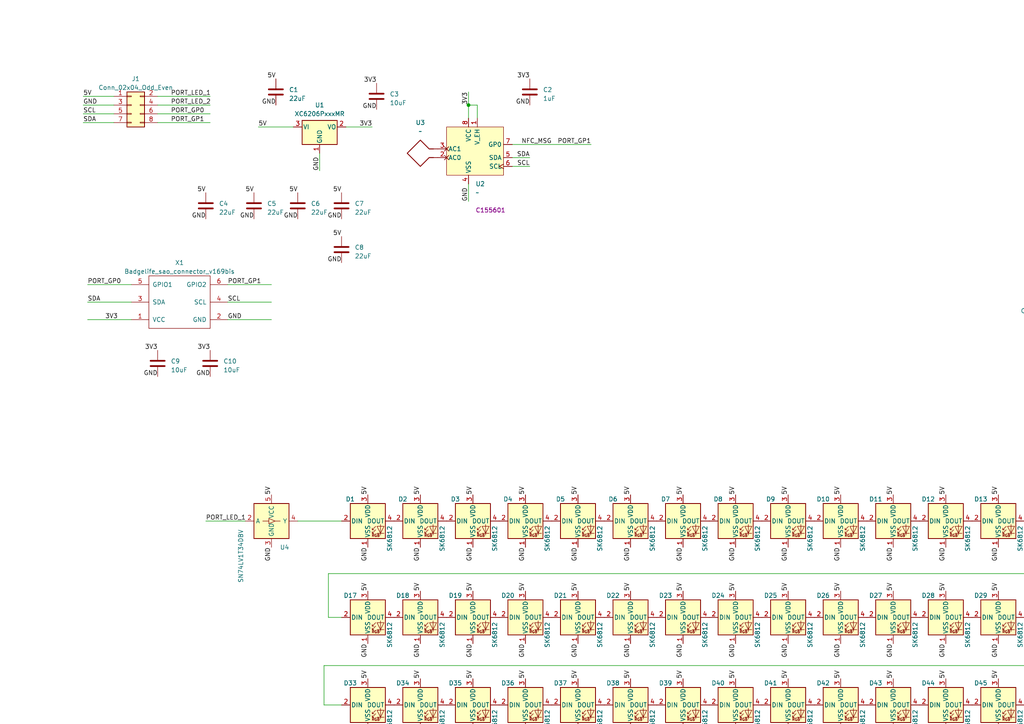
<source format=kicad_sch>
(kicad_sch (version 20221004) (generator eeschema)
  (paper "A4")
  (junction (at 135.89 30.48))
  (wire (pts (xy 342.9 256.54) (xy 346.71 256.54)))
  (wire (pts (xy 95.25 219.71) (xy 95.25 232.41)))
  (wire (pts (xy 135.89 30.48) (xy 135.89 34.29)))
  (wire (pts (xy 349.25 424.18) (xy 353.06 424.18)))
  (wire (pts (xy 101.6 452.12) (xy 105.41 452.12)))
  (wire (pts (xy 353.06 370.84) (xy 353.06 386.08)))
  (wire (pts (xy 101.6 439.42) (xy 101.6 452.12)))
  (wire (pts (xy 346.71 219.71) (xy 95.25 219.71)))
  (wire (pts (xy 45.72 35.56) (xy 60.96 35.56)))
  (wire (pts (xy 74.93 36.83) (xy 85.09 36.83)))
  (wire (pts (xy 349.25 370.84) (xy 353.06 370.84)))
  (wire (pts (xy 353.06 544.83) (xy 101.6 544.83)))
  (wire (pts (xy 93.98 204.47) (xy 93.98 193.04)))
  (wire (pts (xy 93.98 298.45) (xy 346.71 298.45)))
  (wire (pts (xy 93.98 309.88) (xy 93.98 298.45)))
  (wire (pts (xy 95.25 271.78) (xy 95.25 284.48)))
  (wire (pts (xy 148.59 48.26) (xy 153.67 48.26)))
  (wire (pts (xy 346.71 166.37) (xy 95.25 166.37)))
  (wire (pts (xy 95.25 284.48) (xy 99.06 284.48)))
  (wire (pts (xy 353.06 412.75) (xy 353.06 398.78)))
  (wire (pts (xy 101.6 398.78) (xy 105.41 398.78)))
  (wire (pts (xy 105.41 424.18) (xy 100.33 424.18)))
  (wire (pts (xy 25.4 87.63) (xy 38.1 87.63)))
  (wire (pts (xy 45.72 27.94) (xy 60.96 27.94)))
  (wire (pts (xy 148.59 41.91) (xy 171.45 41.91)))
  (wire (pts (xy 342.9 151.13) (xy 346.71 151.13)))
  (wire (pts (xy 353.06 452.12) (xy 353.06 464.82)))
  (wire (pts (xy 25.4 92.71) (xy 38.1 92.71)))
  (wire (pts (xy 135.89 53.34) (xy 135.89 58.42)))
  (wire (pts (xy 100.33 424.18) (xy 100.33 412.75)))
  (wire (pts (xy 86.36 151.13) (xy 99.06 151.13)))
  (wire (pts (xy 93.98 193.04) (xy 346.71 193.04)))
  (wire (pts (xy 95.25 245.11) (xy 95.25 256.54)))
  (wire (pts (xy 353.06 424.18) (xy 353.06 439.42)))
  (wire (pts (xy 95.25 256.54) (xy 99.06 256.54)))
  (wire (pts (xy 95.25 325.12) (xy 95.25 337.82)))
  (wire (pts (xy 353.06 476.25) (xy 353.06 491.49)))
  (wire (pts (xy 100.33 36.83) (xy 107.95 36.83)))
  (wire (pts (xy 138.43 34.29) (xy 138.43 30.48)))
  (wire (pts (xy 92.71 370.84) (xy 105.41 370.84)))
  (wire (pts (xy 346.71 179.07) (xy 342.9 179.07)))
  (wire (pts (xy 349.25 452.12) (xy 353.06 452.12)))
  (wire (pts (xy 346.71 232.41) (xy 346.71 245.11)))
  (wire (pts (xy 342.9 232.41) (xy 346.71 232.41)))
  (wire (pts (xy 346.71 271.78) (xy 95.25 271.78)))
  (wire (pts (xy 95.25 166.37) (xy 95.25 179.07)))
  (wire (pts (xy 25.4 82.55) (xy 38.1 82.55)))
  (wire (pts (xy 105.41 529.59) (xy 100.33 529.59)))
  (wire (pts (xy 349.25 529.59) (xy 353.06 529.59)))
  (wire (pts (xy 95.25 179.07) (xy 99.06 179.07)))
  (wire (pts (xy 346.71 193.04) (xy 346.71 179.07)))
  (wire (pts (xy 353.06 439.42) (xy 101.6 439.42)))
  (wire (pts (xy 101.6 476.25) (xy 105.41 476.25)))
  (wire (pts (xy 100.33 518.16) (xy 353.06 518.16)))
  (wire (pts (xy 92.71 44.45) (xy 92.71 49.53)))
  (wire (pts (xy 342.9 204.47) (xy 346.71 204.47)))
  (wire (pts (xy 346.71 325.12) (xy 95.25 325.12)))
  (wire (pts (xy 66.04 87.63) (xy 78.74 87.63)))
  (wire (pts (xy 100.33 529.59) (xy 100.33 518.16)))
  (wire (pts (xy 346.71 298.45) (xy 346.71 284.48)))
  (wire (pts (xy 342.9 309.88) (xy 346.71 309.88)))
  (wire (pts (xy 24.13 27.94) (xy 33.02 27.94)))
  (wire (pts (xy 101.6 464.82) (xy 101.6 476.25)))
  (wire (pts (xy 95.25 337.82) (xy 99.06 337.82)))
  (wire (pts (xy 99.06 204.47) (xy 93.98 204.47)))
  (wire (pts (xy 346.71 256.54) (xy 346.71 271.78)))
  (wire (pts (xy 24.13 30.48) (xy 33.02 30.48)))
  (wire (pts (xy 353.06 398.78) (xy 349.25 398.78)))
  (wire (pts (xy 45.72 30.48) (xy 60.96 30.48)))
  (wire (pts (xy 66.04 82.55) (xy 78.74 82.55)))
  (wire (pts (xy 99.06 309.88) (xy 93.98 309.88)))
  (wire (pts (xy 24.13 35.56) (xy 33.02 35.56)))
  (wire (pts (xy 346.71 204.47) (xy 346.71 219.71)))
  (wire (pts (xy 349.25 476.25) (xy 353.06 476.25)))
  (wire (pts (xy 101.6 504.19) (xy 105.41 504.19)))
  (wire (pts (xy 45.72 33.02) (xy 60.96 33.02)))
  (wire (pts (xy 353.06 491.49) (xy 101.6 491.49)))
  (wire (pts (xy 59.69 151.13) (xy 71.12 151.13)))
  (wire (pts (xy 101.6 491.49) (xy 101.6 504.19)))
  (wire (pts (xy 24.13 33.02) (xy 33.02 33.02)))
  (wire (pts (xy 135.89 26.67) (xy 135.89 30.48)))
  (wire (pts (xy 66.04 92.71) (xy 78.74 92.71)))
  (wire (pts (xy 353.06 504.19) (xy 349.25 504.19)))
  (wire (pts (xy 138.43 30.48) (xy 135.89 30.48)))
  (wire (pts (xy 353.06 464.82) (xy 101.6 464.82)))
  (wire (pts (xy 346.71 309.88) (xy 346.71 325.12)))
  (wire (pts (xy 101.6 386.08) (xy 101.6 398.78)))
  (wire (pts (xy 353.06 518.16) (xy 353.06 504.19)))
  (wire (pts (xy 346.71 151.13) (xy 346.71 166.37)))
  (wire (pts (xy 101.6 557.53) (xy 105.41 557.53)))
  (wire (pts (xy 101.6 544.83) (xy 101.6 557.53)))
  (wire (pts (xy 95.25 232.41) (xy 99.06 232.41)))
  (wire (pts (xy 353.06 529.59) (xy 353.06 544.83)))
  (wire (pts (xy 346.71 245.11) (xy 95.25 245.11)))
  (wire (pts (xy 100.33 412.75) (xy 353.06 412.75)))
  (wire (pts (xy 353.06 386.08) (xy 101.6 386.08)))
  (wire (pts (xy 346.71 284.48) (xy 342.9 284.48)))
  (wire (pts (xy 148.59 45.72) (xy 153.67 45.72)))
  (wire (pts (xy 66.04 370.84) (xy 77.47 370.84)))
  (label "5V" (at 137.16 224.79 90))
  (label "5V" (at 234.95 549.91 90))
  (label "GND" (at 137.16 212.09 270))
  (label "GND" (at 173.99 511.81 270))
  (label "GND" (at 128.27 459.74 270))
  (label "5V" (at 137.16 330.2 90))
  (label "GND" (at 295.91 565.15 270))
  (label "5V" (at 167.64 143.51 90))
  (label "5V" (at 182.88 302.26 90))
  (label "GND" (at 198.12 240.03 270))
  (label "5V" (at 143.51 391.16 90))
  (label "GND" (at 228.6 292.1 270))
  (label "GND" (at 189.23 378.46 270))
  (label "5V" (at 152.4 330.2 90))
  (label "5V" (at 265.43 549.91 90))
  (label "5V" (at 121.92 196.85 90))
  (label "GND" (at 173.99 537.21 270))
  (label "5V" (at 274.32 276.86 90))
  (label "5V" (at 265.43 496.57 90))
  (label "GND" (at 143.51 459.74 270))
  (label "GND" (at 213.36 158.75 270))
  (label "GND" (at 189.23 406.4 270))
  (label "GND" (at 320.04 264.16 270))
  (label "5V" (at 213.36 248.92 90))
  (label "5V" (at 304.8 224.79 90))
  (label "GND" (at 219.71 483.87 270))
  (label "GND" (at 152.4 158.75 270))
  (label "GND" (at 234.95 378.46 270))
  (label "5V" (at 213.36 330.2 90))
  (label "5V" (at 259.08 248.92 90))
  (label "GND" (at 85.09 378.46 270))
  (label "GND" (at 182.88 212.09 270))
  (label "5V" (at 274.32 248.92 90))
  (label "5V" (at 128.27 496.57 90))
  (label "GND" (at 113.03 431.8 270))
  (label "5V" (at 106.68 276.86 90))
  (label "GND" (at 304.8 317.5 270))
  (label "5V" (at 158.75 391.16 90))
  (label "5V" (at 243.84 224.79 90))
  (label "5V" (at 280.67 363.22 90))
  (label "GND" (at 304.8 264.16 270))
  (label "5V" (at 128.27 468.63 90))
  (label "GND" (at 274.32 264.16 270))
  (label "GND" (at 341.63 406.4 270))
  (label "5V" (at 311.15 391.16 90))
  (label "5V" (at 204.47 391.16 90))
  (label "GND" (at 320.04 292.1 270))
  (label "GND" (at 289.56 264.16 270))
  (label "5V" (at 158.75 416.56 90))
  (label "5V" (at 326.39 416.56 90))
  (label "GND" (at 158.75 537.21 270))
  (label "PORT_LED_2" (at 66.04 370.84 0))
  (label "5V" (at 213.36 196.85 90))
  (label "GND" (at 311.15 511.81 270))
  (label "GND" (at 259.08 317.5 270))
  (label "GND" (at 250.19 378.46 270))
  (label "GND" (at 219.71 378.46 270))
  (label "GND" (at 204.47 565.15 270))
  (label "5V" (at 341.63 416.56 90))
  (label "5V" (at 113.03 391.16 90))
  (label "GND" (at 219.71 565.15 270))
  (label "5V" (at 219.71 363.22 90))
  (label "5V" (at 198.12 248.92 90))
  (label "5V" (at 243.84 302.26 90))
  (label "GND" (at 219.71 431.8 270))
  (label "5V" (at 128.27 521.97 90))
  (label "GND" (at 182.88 292.1 270))
  (label "5V" (at 74.93 36.83 0))
  (label "5V" (at 213.36 224.79 90))
  (label "5V" (at 250.19 363.22 90))
  (label "5V" (at 113.03 521.97 90))
  (label "5V" (at 86.36 55.88 180))
  (label "GND" (at 213.36 345.44 270))
  (label "GND" (at 167.64 317.5 270))
  (label "GND" (at 280.67 406.4 270))
  (label "5V" (at 78.74 143.51 90))
  (label "5V" (at 204.47 416.56 90))
  (label "GND" (at 128.27 511.81 270))
  (label "GND" (at 99.06 63.5 180))
  (label "5V" (at 167.64 224.79 90))
  (label "5V" (at 280.67 416.56 90))
  (label "5V" (at 320.04 276.86 90))
  (label "GND" (at 135.89 58.42 90))
  (label "GND" (at 234.95 537.21 270))
  (label "GND" (at 259.08 345.44 270))
  (label "5V" (at 320.04 196.85 90))
  (label "5V" (at 341.63 521.97 90))
  (label "5V" (at 265.43 444.5 90))
  (label "GND" (at 173.99 565.15 270))
  (label "GND" (at 137.16 240.03 270))
  (label "5V" (at 320.04 248.92 90))
  (label "GND" (at 280.67 537.21 270))
  (label "5V" (at 280.67 444.5 90))
  (label "5V" (at 219.71 416.56 90))
  (label "5V" (at 311.15 521.97 90))
  (label "5V" (at 189.23 391.16 90))
  (label "5V" (at 326.39 468.63 90))
  (label "5V" (at 173.99 496.57 90))
  (label "GND" (at 182.88 240.03 270))
  (label "GND" (at 92.71 49.53 90))
  (label "GND" (at 121.92 292.1 270))
  (label "GND" (at 189.23 565.15 270))
  (label "GND" (at 335.28 317.5 270))
  (label "GND" (at 341.63 483.87 270))
  (label "GND" (at 320.04 212.09 270))
  (label "5V" (at 289.56 276.86 90))
  (label "5V" (at 182.88 143.51 90))
  (label "SCL" (at 24.13 33.02 0))
  (label "GND" (at 280.67 378.46 270))
  (label "GND" (at 158.75 483.87 270))
  (label "5V" (at 113.03 416.56 90))
  (label "5V" (at 274.32 224.79 90))
  (label "PORT_LED_1" (at 49.53 27.94 0))
  (label "GND" (at 106.68 264.16 270))
  (label "5V" (at 24.13 27.94 0))
  (label "PORT_LED_1" (at 59.69 151.13 0))
  (label "GND" (at 265.43 537.21 270))
  (label "5V" (at 182.88 276.86 90))
  (label "5V" (at 198.12 224.79 90))
  (label "5V" (at 228.6 143.51 90))
  (label "5V" (at 304.8 330.2 90))
  (label "GND" (at 228.6 158.75 270))
  (label "GND" (at 243.84 345.44 270))
  (label "5V" (at 204.47 444.5 90))
  (label "GND" (at 335.28 240.03 270))
  (label "5V" (at 113.03 496.57 90))
  (label "GND" (at 158.75 511.81 270))
  (label "5V" (at 158.75 363.22 90))
  (label "5V" (at 295.91 521.97 90))
  (label "5V" (at 106.68 171.45 90))
  (label "GND" (at 158.75 431.8 270))
  (label "5V" (at 219.71 391.16 90))
  (label "GND" (at 311.15 537.21 270))
  (label "GND" (at 113.03 378.46 270))
  (label "5V" (at 173.99 416.56 90))
  (label "5V" (at 152.4 302.26 90))
  (label "5V" (at 219.71 468.63 90))
  (label "GND" (at 311.15 431.8 270))
  (label "5V" (at 198.12 171.45 90))
  (label "5V" (at 137.16 196.85 90))
  (label "GND" (at 106.68 212.09 270))
  (label "GND" (at 326.39 431.8 270))
  (label "GND" (at 228.6 212.09 270))
  (label "5V" (at 106.68 196.85 90))
  (label "GND" (at 204.47 483.87 270))
  (label "5V" (at 73.66 55.88 180))
  (label "GND" (at 228.6 186.69 270))
  (label "GND" (at 295.91 406.4 270))
  (label "GND" (at 341.63 431.8 270))
  (label "5V" (at 234.95 416.56 90))
  (label "GND" (at 289.56 317.5 270))
  (label "GND" (at 311.15 378.46 270))
  (label "5V" (at 219.71 549.91 90))
  (label "GND" (at 280.67 459.74 270))
  (label "PORT_GP1" (at 49.53 35.56 0))
  (label "GND" (at 320.04 317.5 270))
  (label "GND" (at 304.8 292.1 270))
  (label "GND" (at 280.67 431.8 270))
  (label "5V" (at 167.64 276.86 90))
  (label "GND" (at 121.92 264.16 270))
  (label "GND" (at 66.04 92.71 0))
  (label "GND" (at 158.75 459.74 270))
  (label "3V3" (at 135.89 26.67 270))
  (label "GND" (at 295.91 459.74 270))
  (label "GND" (at 304.8 212.09 270))
  (label "5V" (at 234.95 521.97 90))
  (label "GND" (at 182.88 345.44 270))
  (label "5V" (at 173.99 521.97 90))
  (label "5V" (at 304.8 196.85 90))
  (label "5V" (at 289.56 143.51 90))
  (label "GND" (at 274.32 158.75 270))
  (label "5V" (at 250.19 496.57 90))
  (label "GND" (at 60.96 109.22 180))
  (label "GND" (at 250.19 459.74 270))
  (label "GND" (at 243.84 317.5 270))
  (label "GND" (at 250.19 565.15 270))
  (label "5V" (at 182.88 330.2 90))
  (label "SDA" (at 25.4 87.63 0))
  (label "5V" (at 198.12 276.86 90))
  (label "5V" (at 295.91 363.22 90))
  (label "5V" (at 243.84 330.2 90))
  (label "GND" (at 204.47 459.74 270))
  (label "GND" (at 182.88 158.75 270))
  (label "GND" (at 189.23 459.74 270))
  (label "5V" (at 113.03 468.63 90))
  (label "5V" (at 259.08 143.51 90))
  (label "3V3" (at 45.72 101.6 180))
  (label "GND" (at 259.08 292.1 270))
  (label "PORT_GP1" (at 171.45 41.91 180))
  (label "5V" (at 182.88 196.85 90))
  (label "GND" (at 265.43 511.81 270))
  (label "GND" (at 228.6 345.44 270))
  (label "GND" (at 204.47 406.4 270))
  (label "GND" (at 173.99 483.87 270))
  (label "5V" (at 320.04 171.45 90))
  (label "5V" (at 198.12 302.26 90))
  (label "GND" (at 113.03 483.87 270))
  (label "5V" (at 189.23 363.22 90))
  (label "GND" (at 274.32 345.44 270))
  (label "5V" (at 143.51 521.97 90))
  (label "5V" (at 204.47 363.22 90))
  (label "5V" (at 341.63 549.91 90))
  (label "GND" (at 106.68 186.69 270))
  (label "5V" (at 335.28 143.51 90))
  (label "5V" (at 243.84 248.92 90))
  (label "GND" (at 280.67 511.81 270))
  (label "5V" (at 341.63 363.22 90))
  (label "5V" (at 320.04 143.51 90))
  (label "5V" (at 341.63 496.57 90))
  (label "5V" (at 204.47 468.63 90))
  (label "GND" (at 341.63 537.21 270))
  (label "5V" (at 289.56 196.85 90))
  (label "GND" (at 128.27 537.21 270))
  (label "5V" (at 189.23 444.5 90))
  (label "GND" (at 335.28 264.16 270))
  (label "GND" (at 204.47 378.46 270))
  (label "5V" (at 289.56 248.92 90))
  (label "5V" (at 189.23 468.63 90))
  (label "5V" (at 265.43 521.97 90))
  (label "GND" (at 167.64 292.1 270))
  (label "GND" (at 189.23 431.8 270))
  (label "5V" (at 228.6 276.86 90))
  (label "GND" (at 219.71 511.81 270))
  (label "GND" (at 228.6 240.03 270))
  (label "GND" (at 80.01 30.48 180))
  (label "5V" (at 173.99 391.16 90))
  (label "5V" (at 173.99 468.63 90))
  (label "5V" (at 189.23 416.56 90))
  (label "GND" (at 326.39 565.15 270))
  (label "GND" (at 143.51 565.15 270))
  (label "5V" (at 228.6 330.2 90))
  (label "3V3" (at 109.22 24.13 180))
  (label "5V" (at 265.43 363.22 90))
  (label "5V" (at 265.43 416.56 90))
  (label "5V" (at 182.88 248.92 90))
  (label "5V" (at 128.27 391.16 90))
  (label "GND" (at 137.16 292.1 270))
  (label "5V" (at 250.19 549.91 90))
  (label "5V" (at 335.28 330.2 90))
  (label "GND" (at 289.56 158.75 270))
  (label "5V" (at 113.03 363.22 90))
  (label "GND" (at 182.88 317.5 270))
  (label "GND" (at 204.47 537.21 270))
  (label "5V" (at 173.99 444.5 90))
  (label "5V" (at 280.67 468.63 90))
  (label "GND" (at 265.43 483.87 270))
  (label "5V" (at 152.4 224.79 90))
  (label "GND" (at 121.92 345.44 270))
  (label "5V" (at 234.95 496.57 90))
  (label "GND" (at 335.28 212.09 270))
  (label "GND" (at 45.72 109.22 180))
  (label "5V" (at 326.39 549.91 90))
  (label "5V" (at 219.71 444.5 90))
  (label "GND" (at 250.19 483.87 270))
  (label "GND" (at 106.68 345.44 270))
  (label "GND" (at 320.04 158.75 270))
  (label "GND" (at 213.36 264.16 270))
  (label "GND" (at 113.03 406.4 270))
  (label "GND" (at 213.36 317.5 270))
  (label "5V" (at 304.8 276.86 90))
  (label "5V" (at 80.01 22.86 180))
  (label "GND" (at 289.56 212.09 270))
  (label "GND" (at 143.51 537.21 270))
  (label "5V" (at 158.75 549.91 90))
  (label "5V" (at 152.4 171.45 90))
  (label "5V" (at 158.75 444.5 90))
  (label "5V" (at 137.16 171.45 90))
  (label "GND" (at 234.95 511.81 270))
  (label "GND" (at 128.27 406.4 270))
  (label "GND" (at 243.84 186.69 270))
  (label "5V" (at 143.51 363.22 90))
  (label "5V" (at 243.84 171.45 90))
  (label "GND" (at 295.91 378.46 270))
  (label "5V" (at 189.23 549.91 90))
  (label "GND" (at 341.63 378.46 270))
  (label "GND" (at 167.64 264.16 270))
  (label "5V" (at 295.91 549.91 90))
  (label "GND" (at 304.8 186.69 270))
  (label "5V" (at 289.56 302.26 90))
  (label "5V" (at 143.51 496.57 90))
  (label "GND" (at 128.27 378.46 270))
  (label "5V" (at 326.39 363.22 90))
  (label "GND" (at 152.4 292.1 270))
  (label "GND" (at 204.47 431.8 270))
  (label "5V" (at 234.95 468.63 90))
  (label "5V" (at 274.32 302.26 90))
  (label "GND" (at 213.36 212.09 270))
  (label "GND" (at 213.36 292.1 270))
  (label "5V" (at 121.92 224.79 90))
  (label "5V" (at 137.16 248.92 90))
  (label "5V" (at 113.03 549.91 90))
  (label "GND" (at 274.32 317.5 270))
  (label "GND" (at 106.68 292.1 270))
  (label "5V" (at 204.47 549.91 90))
  (label "GND" (at 198.12 264.16 270))
  (label "GND" (at 335.28 158.75 270))
  (label "GND" (at 137.16 264.16 270))
  (label "GND" (at 295.91 483.87 270))
  (label "GND" (at 265.43 565.15 270))
  (label "5V" (at 341.63 444.5 90))
  (label "GND" (at 250.19 511.81 270))
  (label "5V" (at 128.27 363.22 90))
  (label "5V" (at 198.12 330.2 90))
  (label "5V" (at 158.75 521.97 90))
  (label "5V" (at 128.27 444.5 90))
  (label "GND" (at 152.4 345.44 270))
  (label "5V" (at 280.67 391.16 90))
  (label "3V3" (at 30.48 92.71 0))
  (label "GND" (at 121.92 240.03 270))
  (label "GND" (at 152.4 186.69 270))
  (label "GND" (at 295.91 537.21 270))
  (label "GND" (at 326.39 406.4 270))
  (label "5V" (at 295.91 444.5 90))
  (label "5V" (at 280.67 549.91 90))
  (label "GND" (at 320.04 240.03 270))
  (label "5V" (at 167.64 330.2 90))
  (label "GND" (at 311.15 459.74 270))
  (label "GND" (at 320.04 345.44 270))
  (label "5V" (at 326.39 496.57 90))
  (label "5V" (at 274.32 196.85 90))
  (label "5V" (at 128.27 416.56 90))
  (label "GND" (at 243.84 292.1 270))
  (label "GND" (at 198.12 186.69 270))
  (label "5V" (at 219.71 521.97 90))
  (label "GND" (at 121.92 186.69 270))
  (label "GND" (at 320.04 186.69 270))
  (label "3V3" (at 153.67 22.86 180))
  (label "GND" (at 265.43 406.4 270))
  (label "GND" (at 243.84 240.03 270))
  (label "SDA" (at 24.13 35.56 0))
  (label "5V" (at 326.39 444.5 90))
  (label "GND" (at 341.63 511.81 270))
  (label "5V" (at 289.56 224.79 90))
  (label "GND" (at 219.71 406.4 270))
  (label "5V" (at 311.15 363.22 90))
  (label "5V" (at 106.68 330.2 90))
  (label "GND" (at 259.08 212.09 270))
  (label "5V" (at 143.51 549.91 90))
  (label "5V" (at 228.6 171.45 90))
  (label "GND" (at 153.67 30.48 180))
  (label "GND" (at 121.92 158.75 270))
  (label "GND" (at 128.27 483.87 270))
  (label "GND" (at 86.36 63.5 180))
  (label "5V" (at 182.88 224.79 90))
  (label "GND" (at 113.03 459.74 270))
  (label "5V" (at 250.19 521.97 90))
  (label "GND" (at 137.16 158.75 270))
  (label "5V" (at 295.91 496.57 90))
  (label "5V" (at 137.16 143.51 90))
  (label "GND" (at 234.95 431.8 270))
  (label "5V" (at 198.12 143.51 90))
  (label "5V" (at 326.39 521.97 90))
  (label "GND" (at 158.75 565.15 270))
  (label "PORT_LED_2" (at 49.53 30.48 0))
  (label "GND" (at 189.23 483.87 270))
  (label "PORT_GP1" (at 66.04 82.55 0))
  (label "5V" (at 99.06 55.88 180))
  (label "GND" (at 78.74 158.75 270))
  (label "GND" (at 198.12 345.44 270))
  (label "5V" (at 311.15 468.63 90))
  (label "GND" (at 152.4 317.5 270))
  (label "5V" (at 280.67 496.57 90))
  (label "GND" (at 280.67 483.87 270))
  (label "5V" (at 311.15 444.5 90))
  (label "5V" (at 128.27 549.91 90))
  (label "5V" (at 243.84 276.86 90))
  (label "5V" (at 335.28 224.79 90))
  (label "5V" (at 182.88 171.45 90))
  (label "5V" (at 198.12 196.85 90))
  (label "GND" (at 289.56 292.1 270))
  (label "GND" (at 198.12 317.5 270))
  (label "5V" (at 85.09 363.22 90))
  (label "5V" (at 265.43 391.16 90))
  (label "5V" (at 121.92 143.51 90))
  (label "5V" (at 167.64 248.92 90))
  (label "GND" (at 167.64 212.09 270))
  (label "GND" (at 99.06 76.2 180))
  (label "GND" (at 167.64 186.69 270))
  (label "5V" (at 213.36 276.86 90))
  (label "GND" (at 228.6 264.16 270))
  (label "GND" (at 128.27 565.15 270))
  (label "GND" (at 219.71 537.21 270))
  (label "5V" (at 280.67 521.97 90))
  (label "5V" (at 311.15 549.91 90))
  (label "5V" (at 228.6 302.26 90))
  (label "GND" (at 113.03 565.15 270))
  (label "GND" (at 259.08 158.75 270))
  (label "5V" (at 152.4 276.86 90))
  (label "5V" (at 335.28 302.26 90))
  (label "GND" (at 137.16 317.5 270))
  (label "GND" (at 304.8 158.75 270))
  (label "GND" (at 234.95 406.4 270))
  (label "GND" (at 109.22 31.75 180))
  (label "GND" (at 259.08 186.69 270))
  (label "GND" (at 173.99 406.4 270))
  (label "GND" (at 228.6 317.5 270))
  (label "5V" (at 259.08 171.45 90))
  (label "GND" (at 311.15 406.4 270))
  (label "GND" (at 280.67 565.15 270))
  (label "GND" (at 158.75 406.4 270))
  (label "5V" (at 341.63 391.16 90))
  (label "5V" (at 259.08 330.2 90))
  (label "5V" (at 250.19 444.5 90))
  (label "5V" (at 234.95 391.16 90))
  (label "5V" (at 295.91 391.16 90))
  (label "GND" (at 106.68 240.03 270))
  (label "GND" (at 173.99 459.74 270))
  (label "GND" (at 219.71 459.74 270))
  (label "GND" (at 213.36 240.03 270))
  (label "GND" (at 113.03 511.81 270))
  (label "GND" (at 274.32 212.09 270))
  (label "NFC_MSG" (at 160.02 41.91 180))
  (label "5V" (at 259.08 302.26 90))
  (label "GND" (at 259.08 264.16 270))
  (label "5V" (at 243.84 143.51 90))
  (label "GND" (at 143.51 511.81 270))
  (label "GND" (at 198.12 212.09 270))
  (label "GND" (at 121.92 317.5 270))
  (label "GND" (at 265.43 378.46 270))
  (label "5V" (at 243.84 196.85 90))
  (label "5V" (at 167.64 302.26 90))
  (label "5V" (at 228.6 224.79 90))
  (label "GND" (at 234.95 459.74 270))
  (label "GND" (at 243.84 264.16 270))
  (label "GND" (at 204.47 511.81 270))
  (label "GND" (at 189.23 511.81 270))
  (label "5V" (at 228.6 248.92 90))
  (label "SDA" (at 153.67 45.72 180))
  (label "5V" (at 106.68 143.51 90))
  (label "GND" (at 289.56 345.44 270))
  (label "GND" (at 24.13 30.48 0))
  (label "GND" (at 259.08 240.03 270))
  (label "GND" (at 335.28 345.44 270))
  (label "GND" (at 73.66 63.5 180))
  (label "5V" (at 289.56 330.2 90))
  (label "GND" (at 250.19 431.8 270))
  (label "GND" (at 198.12 158.75 270))
  (label "GND" (at 274.32 186.69 270))
  (label "GND" (at 106.68 317.5 270))
  (label "PORT_GP0" (at 49.53 33.02 0))
  (label "GND" (at 311.15 565.15 270))
  (label "5V" (at 121.92 330.2 90))
  (label "5V" (at 289.56 171.45 90))
  (label "GND" (at 137.16 186.69 270))
  (label "GND" (at 137.16 345.44 270))
  (label "5V" (at 152.4 248.92 90))
  (label "GND" (at 167.64 240.03 270))
  (label "5V" (at 304.8 171.45 90))
  (label "5V" (at 204.47 496.57 90))
  (label "5V" (at 311.15 416.56 90))
  (label "GND" (at 152.4 212.09 270))
  (label "GND" (at 152.4 264.16 270))
  (label "3V3" (at 60.96 101.6 180))
  (label "5V" (at 219.71 496.57 90))
  (label "5V" (at 341.63 468.63 90))
  (label "5V" (at 304.8 143.51 90))
  (label "5V" (at 152.4 143.51 90))
  (label "GND" (at 113.03 537.21 270))
  (label "GND" (at 213.36 186.69 270))
  (label "GND" (at 274.32 292.1 270))
  (label "5V" (at 304.8 302.26 90))
  (label "GND" (at 274.32 240.03 270))
  (label "GND" (at 234.95 565.15 270))
  (label "5V" (at 152.4 196.85 90))
  (label "GND" (at 182.88 264.16 270))
  (label "5V" (at 137.16 302.26 90))
  (label "GND" (at 106.68 158.75 270))
  (label "GND" (at 311.15 483.87 270))
  (label "5V" (at 137.16 276.86 90))
  (label "5V" (at 121.92 171.45 90))
  (label "5V" (at 173.99 363.22 90))
  (label "SCL" (at 153.67 48.26 180))
  (label "5V" (at 213.36 171.45 90))
  (label "5V" (at 320.04 302.26 90))
  (label "GND" (at 289.56 240.03 270))
  (label "5V" (at 259.08 196.85 90))
  (label "5V" (at 121.92 302.26 90))
  (label "GND" (at 143.51 406.4 270))
  (label "5V" (at 213.36 302.26 90))
  (label "GND" (at 243.84 158.75 270))
  (label "5V" (at 106.68 302.26 90))
  (label "5V" (at 274.32 330.2 90))
  (label "5V" (at 234.95 363.22 90))
  (label "GND" (at 326.39 483.87 270))
  (label "5V" (at 295.91 416.56 90))
  (label "GND" (at 326.39 459.74 270))
  (label "5V" (at 167.64 171.45 90))
  (label "GND" (at 198.12 292.1 270))
  (label "5V" (at 204.47 521.97 90))
  (label "SCL" (at 66.04 87.63 0))
  (label "5V" (at 265.43 468.63 90))
  (label "GND" (at 326.39 537.21 270))
  (label "5V" (at 295.91 468.63 90))
  (label "5V" (at 259.08 276.86 90))
  (label "GND" (at 173.99 378.46 270))
  (label "GND" (at 341.63 565.15 270))
  (label "5V" (at 259.08 224.79 90))
  (label "GND" (at 326.39 511.81 270))
  (label "GND" (at 304.8 345.44 270))
  (label "5V" (at 274.32 171.45 90))
  (label "5V" (at 143.51 444.5 90))
  (label "GND" (at 143.51 431.8 270))
  (label "5V" (at 106.68 248.92 90))
  (label "GND" (at 158.75 378.46 270))
  (label "GND" (at 143.51 483.87 270))
  (label "GND" (at 167.64 345.44 270))
  (label "GND" (at 189.23 537.21 270))
  (label "GND" (at 265.43 431.8 270))
  (label "GND" (at 128.27 431.8 270))
  (label "5V" (at 335.28 171.45 90))
  (label "5V" (at 143.51 416.56 90))
  (label "5V" (at 106.68 224.79 90))
  (label "5V" (at 59.69 55.88 180))
  (label "5V" (at 234.95 444.5 90))
  (label "5V" (at 335.28 196.85 90))
  (label "GND" (at 182.88 186.69 270))
  (label "5V" (at 167.64 196.85 90))
  (label "5V" (at 250.19 416.56 90))
  (label "5V" (at 320.04 224.79 90))
  (label "GND" (at 341.63 459.74 270))
  (label "3V3" (at 107.95 36.83 180))
  (label "GND" (at 250.19 406.4 270))
  (label "5V" (at 250.19 468.63 90))
  (label "5V" (at 250.19 391.16 90))
  (label "GND" (at 335.28 292.1 270))
  (label "5V" (at 326.39 391.16 90))
  (label "5V" (at 274.32 143.51 90))
  (label "GND" (at 59.69 63.5 180))
  (label "5V" (at 158.75 496.57 90))
  (label "GND" (at 143.51 378.46 270))
  (label "GND" (at 234.95 483.87 270))
  (label "PORT_GP0" (at 25.4 82.55 0))
  (label "GND" (at 335.28 186.69 270))
  (label "GND" (at 167.64 158.75 270))
  (label "GND" (at 289.56 186.69 270))
  (label "GND" (at 173.99 431.8 270))
  (label "5V" (at 189.23 521.97 90))
  (label "GND" (at 121.92 212.09 270))
  (label "5V" (at 311.15 496.57 90))
  (label "GND" (at 304.8 240.03 270))
  (label "5V" (at 143.51 468.63 90))
  (label "5V" (at 113.03 444.5 90))
  (label "5V" (at 304.8 248.92 90))
  (label "5V" (at 213.36 143.51 90))
  (label "GND" (at 250.19 537.21 270))
  (label "5V" (at 173.99 549.91 90))
  (label "5V" (at 158.75 468.63 90))
  (label "GND" (at 295.91 511.81 270))
  (label "5V" (at 228.6 196.85 90))
  (label "GND" (at 295.91 431.8 270))
  (label "5V" (at 189.23 496.57 90))
  (label "GND" (at 152.4 240.03 270))
  (label "GND" (at 265.43 459.74 270))
  (label "GND" (at 243.84 212.09 270))
  (label "5V" (at 121.92 248.92 90))
  (label "GND" (at 326.39 378.46 270))
  (label "5V" (at 335.28 248.92 90))
  (label "5V" (at 320.04 330.2 90))
  (label "5V" (at 335.28 276.86 90))
  (label "5V" (at 99.06 68.58 180))
  (label "5V" (at 121.92 276.86 90))
  (symbol (lib_id "LED:SK6812") (at 228.6 232.41 0) (unit 1)
    (property "Reference" "D57" (at 223.52 226.06 0))
    (property "Value" "SK6812" (at 234.95 237.49 90))
    (property "Footprint" "XL3528RGBW:XL-3528RGBW" (effects hide))
    (property "Datasheet" "https://cdn-shop.adafruit.com/product-files/1138/SK6812+LED+datasheet+.pdf" (effects hide))
    (property "LCSC" "C2890364" (effects hide))
  )
  (symbol (lib_id "LED:SK6812") (at 137.16 309.88 0) (unit 1)
    (property "Reference" "D99" (at 132.08 303.53 0))
    (property "Value" "SK6812" (at 143.51 314.96 90))
    (property "Footprint" "XL3528RGBW:XL-3528RGBW" (effects hide))
    (property "Datasheet" "https://cdn-shop.adafruit.com/product-files/1138/SK6812+LED+datasheet+.pdf" (effects hide))
    (property "LCSC" "C2890364" (effects hide))
  )
  (symbol (lib_id "LED:SK6812") (at 219.71 452.12 0) (unit 1)
    (property "Reference" "D184" (at 214.63 445.77 0))
    (property "Value" "SK6812" (at 226.06 457.2 90))
    (property "Footprint" "XL3528RGBW:XL-3528RGBW" (effects hide))
    (property "Datasheet" "https://cdn-shop.adafruit.com/product-files/1138/SK6812+LED+datasheet+.pdf" (effects hide))
    (property "LCSC" "C2890364" (effects hide))
  )
  (symbol (lib_id "LED:SK6812") (at 204.47 452.12 0) (unit 1)
    (property "Reference" "D183" (at 199.39 445.77 0))
    (property "Value" "SK6812" (at 210.82 457.2 90))
    (property "Footprint" "XL3528RGBW:XL-3528RGBW" (effects hide))
    (property "Datasheet" "https://cdn-shop.adafruit.com/product-files/1138/SK6812+LED+datasheet+.pdf" (effects hide))
    (property "LCSC" "C2890364" (effects hide))
  )
  (symbol (lib_id "badgelife_shitty_addon_v169bis:Badgelife_sao_connector_v169bis") (at 52.07 87.63 90) (unit 1)
    (property "Reference" "X1" (at 52.07 76.2 90))
    (property "Value" "Badgelife_sao_connector_v169bis" (at 52.07 78.74 90))
    (property "Footprint" "badgelife_sao_v169bis:Badgelife-SAOv169-BADGE-2x3" (effects hide))
  )
  (symbol (lib_id "LED:SK6812") (at 250.19 504.19 0) (unit 1)
    (property "Reference" "D218" (at 245.11 497.84 0))
    (property "Value" "SK6812" (at 256.54 509.27 90))
    (property "Footprint" "XL3528RGBW:XL-3528RGBW" (effects hide))
    (property "Datasheet" "https://cdn-shop.adafruit.com/product-files/1138/SK6812+LED+datasheet+.pdf" (effects hide))
    (property "LCSC" "C2890364" (effects hide))
  )
  (symbol (lib_id "LED:SK6812") (at 106.68 204.47 0) (unit 1)
    (property "Reference" "D33" (at 101.6 198.12 0))
    (property "Value" "SK6812" (at 113.03 209.55 90))
    (property "Footprint" "XL3528RGBW:XL-3528RGBW" (effects hide))
    (property "Datasheet" "https://cdn-shop.adafruit.com/product-files/1138/SK6812+LED+datasheet+.pdf" (effects hide))
    (property "LCSC" "C2890364" (effects hide))
  )
  (symbol (lib_id "LED:SK6812") (at 304.8 284.48 0) (unit 1)
    (property "Reference" "D94" (at 299.72 278.13 0))
    (property "Value" "SK6812" (at 311.15 289.56 90))
    (property "Footprint" "XL3528RGBW:XL-3528RGBW" (effects hide))
    (property "Datasheet" "https://cdn-shop.adafruit.com/product-files/1138/SK6812+LED+datasheet+.pdf" (effects hide))
    (property "LCSC" "C2890364" (effects hide))
  )
  (symbol (lib_id "LED:SK6812") (at 152.4 256.54 0) (unit 1)
    (property "Reference" "D68" (at 147.32 250.19 0))
    (property "Value" "SK6812" (at 158.75 261.62 90))
    (property "Footprint" "XL3528RGBW:XL-3528RGBW" (effects hide))
    (property "Datasheet" "https://cdn-shop.adafruit.com/product-files/1138/SK6812+LED+datasheet+.pdf" (effects hide))
    (property "LCSC" "C2890364" (effects hide))
  )
  (symbol (lib_id "LED:SK6812") (at 219.71 424.18 0) (unit 1)
    (property "Reference" "D168" (at 214.63 417.83 0))
    (property "Value" "SK6812" (at 226.06 429.26 90))
    (property "Footprint" "XL3528RGBW:XL-3528RGBW" (effects hide))
    (property "Datasheet" "https://cdn-shop.adafruit.com/product-files/1138/SK6812+LED+datasheet+.pdf" (effects hide))
    (property "LCSC" "C2890364" (effects hide))
  )
  (symbol (lib_id "LED:SK6812") (at 219.71 557.53 0) (unit 1)
    (property "Reference" "D248" (at 214.63 551.18 0))
    (property "Value" "SK6812" (at 226.06 562.61 90))
    (property "Footprint" "XL3528RGBW:XL-3528RGBW" (effects hide))
    (property "Datasheet" "https://cdn-shop.adafruit.com/product-files/1138/SK6812+LED+datasheet+.pdf" (effects hide))
    (property "LCSC" "C2890364" (effects hide))
  )
  (symbol (lib_id "LED:SK6812") (at 304.8 309.88 0) (unit 1)
    (property "Reference" "D110" (at 299.72 303.53 0))
    (property "Value" "SK6812" (at 311.15 314.96 90))
    (property "Footprint" "XL3528RGBW:XL-3528RGBW" (effects hide))
    (property "Datasheet" "https://cdn-shop.adafruit.com/product-files/1138/SK6812+LED+datasheet+.pdf" (effects hide))
    (property "LCSC" "C2890364" (effects hide))
  )
  (symbol (lib_id "LED:SK6812") (at 295.91 452.12 0) (unit 1)
    (property "Reference" "D189" (at 290.83 445.77 0))
    (property "Value" "SK6812" (at 302.26 457.2 90))
    (property "Footprint" "XL3528RGBW:XL-3528RGBW" (effects hide))
    (property "Datasheet" "https://cdn-shop.adafruit.com/product-files/1138/SK6812+LED+datasheet+.pdf" (effects hide))
    (property "LCSC" "C2890364" (effects hide))
  )
  (symbol (lib_id "LED:SK6812") (at 259.08 179.07 0) (unit 1)
    (property "Reference" "D27" (at 254 172.72 0))
    (property "Value" "SK6812" (at 265.43 184.15 90))
    (property "Footprint" "XL3528RGBW:XL-3528RGBW" (effects hide))
    (property "Datasheet" "https://cdn-shop.adafruit.com/product-files/1138/SK6812+LED+datasheet+.pdf" (effects hide))
    (property "LCSC" "C2890364" (effects hide))
  )
  (symbol (lib_id "LED:SK6812") (at 289.56 337.82 0) (unit 1)
    (property "Reference" "D125" (at 284.48 331.47 0))
    (property "Value" "SK6812" (at 295.91 342.9 90))
    (property "Footprint" "XL3528RGBW:XL-3528RGBW" (effects hide))
    (property "Datasheet" "https://cdn-shop.adafruit.com/product-files/1138/SK6812+LED+datasheet+.pdf" (effects hide))
    (property "LCSC" "C2890364" (effects hide))
  )
  (symbol (lib_id "LED:SK6812") (at 173.99 476.25 0) (unit 1)
    (property "Reference" "D197" (at 168.91 469.9 0))
    (property "Value" "SK6812" (at 180.34 481.33 90))
    (property "Footprint" "XL3528RGBW:XL-3528RGBW" (effects hide))
    (property "Datasheet" "https://cdn-shop.adafruit.com/product-files/1138/SK6812+LED+datasheet+.pdf" (effects hide))
    (property "LCSC" "C2890364" (effects hide))
  )
  (symbol (lib_id "LED:SK6812") (at 106.68 256.54 0) (unit 1)
    (property "Reference" "D65" (at 101.6 250.19 0))
    (property "Value" "SK6812" (at 113.03 261.62 90))
    (property "Footprint" "XL3528RGBW:XL-3528RGBW" (effects hide))
    (property "Datasheet" "https://cdn-shop.adafruit.com/product-files/1138/SK6812+LED+datasheet+.pdf" (effects hide))
    (property "LCSC" "C2890364" (effects hide))
  )
  (symbol (lib_id "LED:SK6812") (at 137.16 284.48 0) (unit 1)
    (property "Reference" "D83" (at 132.08 278.13 0))
    (property "Value" "SK6812" (at 143.51 289.56 90))
    (property "Footprint" "XL3528RGBW:XL-3528RGBW" (effects hide))
    (property "Datasheet" "https://cdn-shop.adafruit.com/product-files/1138/SK6812+LED+datasheet+.pdf" (effects hide))
    (property "LCSC" "C2890364" (effects hide))
  )
  (symbol (lib_id "LED:SK6812") (at 152.4 151.13 0) (unit 1)
    (property "Reference" "D4" (at 147.32 144.78 0))
    (property "Value" "SK6812" (at 158.75 156.21 90))
    (property "Footprint" "XL3528RGBW:XL-3528RGBW" (effects hide))
    (property "Datasheet" "https://cdn-shop.adafruit.com/product-files/1138/SK6812+LED+datasheet+.pdf" (effects hide))
    (property "LCSC" "C2890364" (effects hide))
  )
  (symbol (lib_id "LED:SK6812") (at 121.92 232.41 0) (unit 1)
    (property "Reference" "D50" (at 116.84 226.06 0))
    (property "Value" "SK6812" (at 128.27 237.49 90))
    (property "Footprint" "XL3528RGBW:XL-3528RGBW" (effects hide))
    (property "Datasheet" "https://cdn-shop.adafruit.com/product-files/1138/SK6812+LED+datasheet+.pdf" (effects hide))
    (property "LCSC" "C2890364" (effects hide))
  )
  (symbol (lib_id "LED:SK6812") (at 182.88 256.54 0) (unit 1)
    (property "Reference" "D70" (at 177.8 250.19 0))
    (property "Value" "SK6812" (at 189.23 261.62 90))
    (property "Footprint" "XL3528RGBW:XL-3528RGBW" (effects hide))
    (property "Datasheet" "https://cdn-shop.adafruit.com/product-files/1138/SK6812+LED+datasheet+.pdf" (effects hide))
    (property "LCSC" "C2890364" (effects hide))
  )
  (symbol (lib_id "LED:SK6812") (at 143.51 557.53 0) (unit 1)
    (property "Reference" "D243" (at 138.43 551.18 0))
    (property "Value" "SK6812" (at 149.86 562.61 90))
    (property "Footprint" "XL3528RGBW:XL-3528RGBW" (effects hide))
    (property "Datasheet" "https://cdn-shop.adafruit.com/product-files/1138/SK6812+LED+datasheet+.pdf" (effects hide))
    (property "LCSC" "C2890364" (effects hide))
  )
  (symbol (lib_id "LED:SK6812") (at 280.67 557.53 0) (unit 1)
    (property "Reference" "D252" (at 275.59 551.18 0))
    (property "Value" "SK6812" (at 287.02 562.61 90))
    (property "Footprint" "XL3528RGBW:XL-3528RGBW" (effects hide))
    (property "Datasheet" "https://cdn-shop.adafruit.com/product-files/1138/SK6812+LED+datasheet+.pdf" (effects hide))
    (property "LCSC" "C2890364" (effects hide))
  )
  (symbol (lib_id "LED:SK6812") (at 128.27 370.84 0) (unit 1)
    (property "Reference" "D130" (at 123.19 364.49 0))
    (property "Value" "SK6812" (at 134.62 375.92 90))
    (property "Footprint" "XL3528RGBW:XL-3528RGBW" (effects hide))
    (property "Datasheet" "https://cdn-shop.adafruit.com/product-files/1138/SK6812+LED+datasheet+.pdf" (effects hide))
    (property "LCSC" "C2890364" (effects hide))
  )
  (symbol (lib_id "LED:SK6812") (at 213.36 151.13 0) (unit 1)
    (property "Reference" "D8" (at 208.28 144.78 0))
    (property "Value" "SK6812" (at 219.71 156.21 90))
    (property "Footprint" "XL3528RGBW:XL-3528RGBW" (effects hide))
    (property "Datasheet" "https://cdn-shop.adafruit.com/product-files/1138/SK6812+LED+datasheet+.pdf" (effects hide))
    (property "LCSC" "C2890364" (effects hide))
  )
  (symbol (lib_id "LED:SK6812") (at 295.91 476.25 0) (unit 1)
    (property "Reference" "D205" (at 290.83 469.9 0))
    (property "Value" "SK6812" (at 302.26 481.33 90))
    (property "Footprint" "XL3528RGBW:XL-3528RGBW" (effects hide))
    (property "Datasheet" "https://cdn-shop.adafruit.com/product-files/1138/SK6812+LED+datasheet+.pdf" (effects hide))
    (property "LCSC" "C2890364" (effects hide))
  )
  (symbol (lib_id "LED:SK6812") (at 304.8 204.47 0) (unit 1)
    (property "Reference" "D46" (at 299.72 198.12 0))
    (property "Value" "SK6812" (at 311.15 209.55 90))
    (property "Footprint" "XL3528RGBW:XL-3528RGBW" (effects hide))
    (property "Datasheet" "https://cdn-shop.adafruit.com/product-files/1138/SK6812+LED+datasheet+.pdf" (effects hide))
    (property "LCSC" "C2890364" (effects hide))
  )
  (symbol (lib_id "LED:SK6812") (at 320.04 284.48 0) (unit 1)
    (property "Reference" "D95" (at 314.96 278.13 0))
    (property "Value" "SK6812" (at 326.39 289.56 90))
    (property "Footprint" "XL3528RGBW:XL-3528RGBW" (effects hide))
    (property "Datasheet" "https://cdn-shop.adafruit.com/product-files/1138/SK6812+LED+datasheet+.pdf" (effects hide))
    (property "LCSC" "C2890364" (effects hide))
  )
  (symbol (lib_id "LED:SK6812") (at 259.08 284.48 0) (unit 1)
    (property "Reference" "D91" (at 254 278.13 0))
    (property "Value" "SK6812" (at 265.43 289.56 90))
    (property "Footprint" "XL3528RGBW:XL-3528RGBW" (effects hide))
    (property "Datasheet" "https://cdn-shop.adafruit.com/product-files/1138/SK6812+LED+datasheet+.pdf" (effects hide))
    (property "LCSC" "C2890364" (effects hide))
  )
  (symbol (lib_id "LED:SK6812") (at 204.47 476.25 0) (unit 1)
    (property "Reference" "D199" (at 199.39 469.9 0))
    (property "Value" "SK6812" (at 210.82 481.33 90))
    (property "Footprint" "XL3528RGBW:XL-3528RGBW" (effects hide))
    (property "Datasheet" "https://cdn-shop.adafruit.com/product-files/1138/SK6812+LED+datasheet+.pdf" (effects hide))
    (property "LCSC" "C2890364" (effects hide))
  )
  (symbol (lib_id "LED:SK6812") (at 335.28 309.88 0) (unit 1)
    (property "Reference" "D112" (at 330.2 303.53 0))
    (property "Value" "SK6812" (at 341.63 314.96 90))
    (property "Footprint" "XL3528RGBW:XL-3528RGBW" (effects hide))
    (property "Datasheet" "https://cdn-shop.adafruit.com/product-files/1138/SK6812+LED+datasheet+.pdf" (effects hide))
    (property "LCSC" "C2890364" (effects hide))
  )
  (symbol (lib_id "LED:SK6812") (at 265.43 370.84 0) (unit 1)
    (property "Reference" "D139" (at 260.35 364.49 0))
    (property "Value" "SK6812" (at 271.78 375.92 90))
    (property "Footprint" "XL3528RGBW:XL-3528RGBW" (effects hide))
    (property "Datasheet" "https://cdn-shop.adafruit.com/product-files/1138/SK6812+LED+datasheet+.pdf" (effects hide))
    (property "LCSC" "C2890364" (effects hide))
  )
  (symbol (lib_id "LED:SK6812") (at 189.23 370.84 0) (unit 1)
    (property "Reference" "D134" (at 184.15 364.49 0))
    (property "Value" "SK6812" (at 195.58 375.92 90))
    (property "Footprint" "XL3528RGBW:XL-3528RGBW" (effects hide))
    (property "Datasheet" "https://cdn-shop.adafruit.com/product-files/1138/SK6812+LED+datasheet+.pdf" (effects hide))
    (property "LCSC" "C2890364" (effects hide))
  )
  (symbol (lib_id "LED:SK6812") (at 121.92 256.54 0) (unit 1)
    (property "Reference" "D66" (at 116.84 250.19 0))
    (property "Value" "SK6812" (at 128.27 261.62 90))
    (property "Footprint" "XL3528RGBW:XL-3528RGBW" (effects hide))
    (property "Datasheet" "https://cdn-shop.adafruit.com/product-files/1138/SK6812+LED+datasheet+.pdf" (effects hide))
    (property "LCSC" "C2890364" (effects hide))
  )
  (symbol (lib_id "LED:SK6812") (at 121.92 151.13 0) (unit 1)
    (property "Reference" "D2" (at 116.84 144.78 0))
    (property "Value" "SK6812" (at 128.27 156.21 90))
    (property "Footprint" "XL3528RGBW:XL-3528RGBW" (effects hide))
    (property "Datasheet" "https://cdn-shop.adafruit.com/product-files/1138/SK6812+LED+datasheet+.pdf" (effects hide))
    (property "LCSC" "C2890364" (effects hide))
  )
  (symbol (lib_id "LED:SK6812") (at 219.71 504.19 0) (unit 1)
    (property "Reference" "D216" (at 214.63 497.84 0))
    (property "Value" "SK6812" (at 226.06 509.27 90))
    (property "Footprint" "XL3528RGBW:XL-3528RGBW" (effects hide))
    (property "Datasheet" "https://cdn-shop.adafruit.com/product-files/1138/SK6812+LED+datasheet+.pdf" (effects hide))
    (property "LCSC" "C2890364" (effects hide))
  )
  (symbol (lib_id "LED:SK6812") (at 167.64 204.47 0) (unit 1)
    (property "Reference" "D37" (at 162.56 198.12 0))
    (property "Value" "SK6812" (at 173.99 209.55 90))
    (property "Footprint" "XL3528RGBW:XL-3528RGBW" (effects hide))
    (property "Datasheet" "https://cdn-shop.adafruit.com/product-files/1138/SK6812+LED+datasheet+.pdf" (effects hide))
    (property "LCSC" "C2890364" (effects hide))
  )
  (symbol (lib_id "Logic_LevelTranslator:SN74LV1T34DBV") (at 78.74 151.13 0) (unit 1)
    (property "Reference" "U4" (at 82.55 158.75 0))
    (property "Value" "SN74LV1T34DBV" (at 69.85 161.29 90))
    (property "Footprint" "Package_TO_SOT_SMD:SOT-23-5" (effects hide))
    (property "Datasheet" "https://www.ti.com/lit/ds/symlink/sn74lv1t34.pdf" (effects hide))
  )
  (symbol (lib_id "LED:SK6812") (at 198.12 256.54 0) (unit 1)
    (property "Reference" "D71" (at 193.04 250.19 0))
    (property "Value" "SK6812" (at 204.47 261.62 90))
    (property "Footprint" "XL3528RGBW:XL-3528RGBW" (effects hide))
    (property "Datasheet" "https://cdn-shop.adafruit.com/product-files/1138/SK6812+LED+datasheet+.pdf" (effects hide))
    (property "LCSC" "C2890364" (effects hide))
  )
  (symbol (lib_id "LED:SK6812") (at 234.95 557.53 0) (unit 1)
    (property "Reference" "D249" (at 229.87 551.18 0))
    (property "Value" "SK6812" (at 241.3 562.61 90))
    (property "Footprint" "XL3528RGBW:XL-3528RGBW" (effects hide))
    (property "Datasheet" "https://cdn-shop.adafruit.com/product-files/1138/SK6812+LED+datasheet+.pdf" (effects hide))
    (property "LCSC" "C2890364" (effects hide))
  )
  (symbol (lib_id "LED:SK6812") (at 113.03 476.25 0) (unit 1)
    (property "Reference" "D193" (at 107.95 469.9 0))
    (property "Value" "SK6812" (at 119.38 481.33 90))
    (property "Footprint" "XL3528RGBW:XL-3528RGBW" (effects hide))
    (property "Datasheet" "https://cdn-shop.adafruit.com/product-files/1138/SK6812+LED+datasheet+.pdf" (effects hide))
    (property "LCSC" "C2890364" (effects hide))
  )
  (symbol (lib_id "LED:SK6812") (at 274.32 337.82 0) (unit 1)
    (property "Reference" "D124" (at 269.24 331.47 0))
    (property "Value" "SK6812" (at 280.67 342.9 90))
    (property "Footprint" "XL3528RGBW:XL-3528RGBW" (effects hide))
    (property "Datasheet" "https://cdn-shop.adafruit.com/product-files/1138/SK6812+LED+datasheet+.pdf" (effects hide))
    (property "LCSC" "C2890364" (effects hide))
  )
  (symbol (lib_id "LED:SK6812") (at 106.68 232.41 0) (unit 1)
    (property "Reference" "D49" (at 101.6 226.06 0))
    (property "Value" "SK6812" (at 113.03 237.49 90))
    (property "Footprint" "XL3528RGBW:XL-3528RGBW" (effects hide))
    (property "Datasheet" "https://cdn-shop.adafruit.com/product-files/1138/SK6812+LED+datasheet+.pdf" (effects hide))
    (property "LCSC" "C2890364" (effects hide))
  )
  (symbol (lib_id "LED:SK6812") (at 173.99 370.84 0) (unit 1)
    (property "Reference" "D133" (at 168.91 364.49 0))
    (property "Value" "SK6812" (at 180.34 375.92 90))
    (property "Footprint" "XL3528RGBW:XL-3528RGBW" (effects hide))
    (property "Datasheet" "https://cdn-shop.adafruit.com/product-files/1138/SK6812+LED+datasheet+.pdf" (effects hide))
    (property "LCSC" "C2890364" (effects hide))
  )
  (symbol (lib_id "Device:Antenna_Loop") (at 121.92 45.72 90) (unit 1)
    (property "Reference" "U3" (at 121.92 35.56 90))
    (property "Value" "~" (at 121.92 38.1 90))
  )
  (symbol (lib_id "LED:SK6812") (at 335.28 204.47 0) (unit 1)
    (property "Reference" "D48" (at 330.2 198.12 0))
    (property "Value" "SK6812" (at 341.63 209.55 90))
    (property "Footprint" "XL3528RGBW:XL-3528RGBW" (effects hide))
    (property "Datasheet" "https://cdn-shop.adafruit.com/product-files/1138/SK6812+LED+datasheet+.pdf" (effects hide))
    (property "LCSC" "C2890364" (effects hide))
  )
  (symbol (lib_id "LED:SK6812") (at 311.15 424.18 0) (unit 1)
    (property "Reference" "D174" (at 306.07 417.83 0))
    (property "Value" "SK6812" (at 317.5 429.26 90))
    (property "Footprint" "XL3528RGBW:XL-3528RGBW" (effects hide))
    (property "Datasheet" "https://cdn-shop.adafruit.com/product-files/1138/SK6812+LED+datasheet+.pdf" (effects hide))
    (property "LCSC" "C2890364" (effects hide))
  )
  (symbol (lib_id "LED:SK6812") (at 198.12 309.88 0) (unit 1)
    (property "Reference" "D103" (at 193.04 303.53 0))
    (property "Value" "SK6812" (at 204.47 314.96 90))
    (property "Footprint" "XL3528RGBW:XL-3528RGBW" (effects hide))
    (property "Datasheet" "https://cdn-shop.adafruit.com/product-files/1138/SK6812+LED+datasheet+.pdf" (effects hide))
    (property "LCSC" "C2890364" (effects hide))
  )
  (symbol (lib_id "Logic_LevelTranslator:SN74LV1T34DBV") (at 85.09 370.84 0) (unit 1)
    (property "Reference" "U5" (at 88.9 378.46 0))
    (property "Value" "SN74LV1T34DBV" (at 76.2 381 90))
    (property "Footprint" "Package_TO_SOT_SMD:SOT-23-5" (effects hide))
    (property "Datasheet" "https://www.ti.com/lit/ds/symlink/sn74lv1t34.pdf" (effects hide))
  )
  (symbol (lib_id "LED:SK6812") (at 304.8 232.41 0) (unit 1)
    (property "Reference" "D62" (at 299.72 226.06 0))
    (property "Value" "SK6812" (at 311.15 237.49 90))
    (property "Footprint" "XL3528RGBW:XL-3528RGBW" (effects hide))
    (property "Datasheet" "https://cdn-shop.adafruit.com/product-files/1138/SK6812+LED+datasheet+.pdf" (effects hide))
    (property "LCSC" "C2890364" (effects hide))
  )
  (symbol (lib_id "LED:SK6812") (at 295.91 557.53 0) (unit 1)
    (property "Reference" "D253" (at 290.83 551.18 0))
    (property "Value" "SK6812" (at 302.26 562.61 90))
    (property "Footprint" "XL3528RGBW:XL-3528RGBW" (effects hide))
    (property "Datasheet" "https://cdn-shop.adafruit.com/product-files/1138/SK6812+LED+datasheet+.pdf" (effects hide))
    (property "LCSC" "C2890364" (effects hide))
  )
  (symbol (lib_id "LED:SK6812") (at 106.68 179.07 0) (unit 1)
    (property "Reference" "D17" (at 101.6 172.72 0))
    (property "Value" "SK6812" (at 113.03 184.15 90))
    (property "Footprint" "XL3528RGBW:XL-3528RGBW" (effects hide))
    (property "Datasheet" "https://cdn-shop.adafruit.com/product-files/1138/SK6812+LED+datasheet+.pdf" (effects hide))
    (property "LCSC" "C2890364" (effects hide))
  )
  (symbol (lib_id "LED:SK6812") (at 198.12 232.41 0) (unit 1)
    (property "Reference" "D55" (at 193.04 226.06 0))
    (property "Value" "SK6812" (at 204.47 237.49 90))
    (property "Footprint" "XL3528RGBW:XL-3528RGBW" (effects hide))
    (property "Datasheet" "https://cdn-shop.adafruit.com/product-files/1138/SK6812+LED+datasheet+.pdf" (effects hide))
    (property "LCSC" "C2890364" (effects hide))
  )
  (symbol (lib_id "LED:SK6812") (at 265.43 398.78 0) (unit 1)
    (property "Reference" "D155" (at 260.35 392.43 0))
    (property "Value" "SK6812" (at 271.78 403.86 90))
    (property "Footprint" "XL3528RGBW:XL-3528RGBW" (effects hide))
    (property "Datasheet" "https://cdn-shop.adafruit.com/product-files/1138/SK6812+LED+datasheet+.pdf" (effects hide))
    (property "LCSC" "C2890364" (effects hide))
  )
  (symbol (lib_id "LED:SK6812") (at 243.84 256.54 0) (unit 1)
    (property "Reference" "D74" (at 238.76 250.19 0))
    (property "Value" "SK6812" (at 250.19 261.62 90))
    (property "Footprint" "XL3528RGBW:XL-3528RGBW" (effects hide))
    (property "Datasheet" "https://cdn-shop.adafruit.com/product-files/1138/SK6812+LED+datasheet+.pdf" (effects hide))
    (property "LCSC" "C2890364" (effects hide))
  )
  (symbol (lib_id "LED:SK6812") (at 198.12 204.47 0) (unit 1)
    (property "Reference" "D39" (at 193.04 198.12 0))
    (property "Value" "SK6812" (at 204.47 209.55 90))
    (property "Footprint" "XL3528RGBW:XL-3528RGBW" (effects hide))
    (property "Datasheet" "https://cdn-shop.adafruit.com/product-files/1138/SK6812+LED+datasheet+.pdf" (effects hide))
    (property "LCSC" "C2890364" (effects hide))
  )
  (symbol (lib_id "LED:SK6812") (at 304.8 256.54 0) (unit 1)
    (property "Reference" "D78" (at 299.72 250.19 0))
    (property "Value" "SK6812" (at 311.15 261.62 90))
    (property "Footprint" "XL3528RGBW:XL-3528RGBW" (effects hide))
    (property "Datasheet" "https://cdn-shop.adafruit.com/product-files/1138/SK6812+LED+datasheet+.pdf" (effects hide))
    (property "LCSC" "C2890364" (effects hide))
  )
  (symbol (lib_id "LED:SK6812") (at 234.95 398.78 0) (unit 1)
    (property "Reference" "D153" (at 229.87 392.43 0))
    (property "Value" "SK6812" (at 241.3 403.86 90))
    (property "Footprint" "XL3528RGBW:XL-3528RGBW" (effects hide))
    (property "Datasheet" "https://cdn-shop.adafruit.com/product-files/1138/SK6812+LED+datasheet+.pdf" (effects hide))
    (property "LCSC" "C2890364" (effects hide))
  )
  (symbol (lib_id "LED:SK6812") (at 158.75 504.19 0) (unit 1)
    (property "Reference" "D212" (at 153.67 497.84 0))
    (property "Value" "SK6812" (at 165.1 509.27 90))
    (property "Footprint" "XL3528RGBW:XL-3528RGBW" (effects hide))
    (property "Datasheet" "https://cdn-shop.adafruit.com/product-files/1138/SK6812+LED+datasheet+.pdf" (effects hide))
    (property "LCSC" "C2890364" (effects hide))
  )
  (symbol (lib_id "LED:SK6812") (at 265.43 557.53 0) (unit 1)
    (property "Reference" "D251" (at 260.35 551.18 0))
    (property "Value" "SK6812" (at 271.78 562.61 90))
    (property "Footprint" "XL3528RGBW:XL-3528RGBW" (effects hide))
    (property "Datasheet" "https://cdn-shop.adafruit.com/product-files/1138/SK6812+LED+datasheet+.pdf" (effects hide))
    (property "LCSC" "C2890364" (effects hide))
  )
  (symbol (lib_id "LED:SK6812") (at 198.12 284.48 0) (unit 1)
    (property "Reference" "D87" (at 193.04 278.13 0))
    (property "Value" "SK6812" (at 204.47 289.56 90))
    (property "Footprint" "XL3528RGBW:XL-3528RGBW" (effects hide))
    (property "Datasheet" "https://cdn-shop.adafruit.com/product-files/1138/SK6812+LED+datasheet+.pdf" (effects hide))
    (property "LCSC" "C2890364" (effects hide))
  )
  (symbol (lib_id "LED:SK6812") (at 335.28 337.82 0) (unit 1)
    (property "Reference" "D128" (at 330.2 331.47 0))
    (property "Value" "SK6812" (at 341.63 342.9 90))
    (property "Footprint" "XL3528RGBW:XL-3528RGBW" (effects hide))
    (property "Datasheet" "https://cdn-shop.adafruit.com/product-files/1138/SK6812+LED+datasheet+.pdf" (effects hide))
    (property "LCSC" "C2890364" (effects hide))
  )
  (symbol (lib_id "LED:SK6812") (at 274.32 256.54 0) (unit 1)
    (property "Reference" "D76" (at 269.24 250.19 0))
    (property "Value" "SK6812" (at 280.67 261.62 90))
    (property "Footprint" "XL3528RGBW:XL-3528RGBW" (effects hide))
    (property "Datasheet" "https://cdn-shop.adafruit.com/product-files/1138/SK6812+LED+datasheet+.pdf" (effects hide))
    (property "LCSC" "C2890364" (effects hide))
  )
  (symbol (lib_id "LED:SK6812") (at 128.27 398.78 0) (unit 1)
    (property "Reference" "D146" (at 123.19 392.43 0))
    (property "Value" "SK6812" (at 134.62 403.86 90))
    (property "Footprint" "XL3528RGBW:XL-3528RGBW" (effects hide))
    (property "Datasheet" "https://cdn-shop.adafruit.com/product-files/1138/SK6812+LED+datasheet+.pdf" (effects hide))
    (property "LCSC" "C2890364" (effects hide))
  )
  (symbol (lib_id "LED:SK6812") (at 326.39 529.59 0) (unit 1)
    (property "Reference" "D239" (at 321.31 523.24 0))
    (property "Value" "SK6812" (at 332.74 534.67 90))
    (property "Footprint" "XL3528RGBW:XL-3528RGBW" (effects hide))
    (property "Datasheet" "https://cdn-shop.adafruit.com/product-files/1138/SK6812+LED+datasheet+.pdf" (effects hide))
    (property "LCSC" "C2890364" (effects hide))
  )
  (symbol (lib_id "LED:SK6812") (at 158.75 557.53 0) (unit 1)
    (property "Reference" "D244" (at 153.67 551.18 0))
    (property "Value" "SK6812" (at 165.1 562.61 90))
    (property "Footprint" "XL3528RGBW:XL-3528RGBW" (effects hide))
    (property "Datasheet" "https://cdn-shop.adafruit.com/product-files/1138/SK6812+LED+datasheet+.pdf" (effects hide))
    (property "LCSC" "C2890364" (effects hide))
  )
  (symbol (lib_id "LED:SK6812") (at 143.51 398.78 0) (unit 1)
    (property "Reference" "D147" (at 138.43 392.43 0))
    (property "Value" "SK6812" (at 149.86 403.86 90))
    (property "Footprint" "XL3528RGBW:XL-3528RGBW" (effects hide))
    (property "Datasheet" "https://cdn-shop.adafruit.com/product-files/1138/SK6812+LED+datasheet+.pdf" (effects hide))
    (property "LCSC" "C2890364" (effects hide))
  )
  (symbol (lib_id "LED:SK6812") (at 167.64 256.54 0) (unit 1)
    (property "Reference" "D69" (at 162.56 250.19 0))
    (property "Value" "SK6812" (at 173.99 261.62 90))
    (property "Footprint" "XL3528RGBW:XL-3528RGBW" (effects hide))
    (property "Datasheet" "https://cdn-shop.adafruit.com/product-files/1138/SK6812+LED+datasheet+.pdf" (effects hide))
    (property "LCSC" "C2890364" (effects hide))
  )
  (symbol (lib_id "LED:SK6812") (at 234.95 529.59 0) (unit 1)
    (property "Reference" "D233" (at 229.87 523.24 0))
    (property "Value" "SK6812" (at 241.3 534.67 90))
    (property "Footprint" "XL3528RGBW:XL-3528RGBW" (effects hide))
    (property "Datasheet" "https://cdn-shop.adafruit.com/product-files/1138/SK6812+LED+datasheet+.pdf" (effects hide))
    (property "LCSC" "C2890364" (effects hide))
  )
  (symbol (lib_id "LED:SK6812") (at 295.91 529.59 0) (unit 1)
    (property "Reference" "D237" (at 290.83 523.24 0))
    (property "Value" "SK6812" (at 302.26 534.67 90))
    (property "Footprint" "XL3528RGBW:XL-3528RGBW" (effects hide))
    (property "Datasheet" "https://cdn-shop.adafruit.com/product-files/1138/SK6812+LED+datasheet+.pdf" (effects hide))
    (property "LCSC" "C2890364" (effects hide))
  )
  (symbol (lib_id "Device:C") (at 86.36 59.69 0) (unit 1)
    (property "Reference" "C6" (at 90.17 59.055 0) (effects (justify left)))
    (property "Value" "22uF" (at 90.17 61.595 0) (effects (justify left)))
    (property "Footprint" "Capacitor_SMD:C_1206_3216Metric" (effects hide))
    (property "LCSC" "C12891" (effects hide))
  )
  (symbol (lib_id "LED:SK6812") (at 250.19 424.18 0) (unit 1)
    (property "Reference" "D170" (at 245.11 417.83 0))
    (property "Value" "SK6812" (at 256.54 429.26 90))
    (property "Footprint" "XL3528RGBW:XL-3528RGBW" (effects hide))
    (property "Datasheet" "https://cdn-shop.adafruit.com/product-files/1138/SK6812+LED+datasheet+.pdf" (effects hide))
    (property "LCSC" "C2890364" (effects hide))
  )
  (symbol (lib_id "Regulator_Linear:XC6206PxxxMR") (at 92.71 36.83 0) (unit 1)
    (property "Reference" "U1" (at 92.71 30.48 0))
    (property "Value" "XC6206PxxxMR" (at 92.71 33.02 0))
    (property "Footprint" "Package_TO_SOT_SMD:SOT-23" (effects hide))
    (property "Datasheet" "https://www.torexsemi.com/file/xc6206/XC6206.pdf" (effects hide))
    (property "LCSC" "C5446" (effects hide))
  )
  (symbol (lib_id "LED:SK6812") (at 326.39 398.78 0) (unit 1)
    (property "Reference" "D159" (at 321.31 392.43 0))
    (property "Value" "SK6812" (at 332.74 403.86 90))
    (property "Footprint" "XL3528RGBW:XL-3528RGBW" (effects hide))
    (property "Datasheet" "https://cdn-shop.adafruit.com/product-files/1138/SK6812+LED+datasheet+.pdf" (effects hide))
    (property "LCSC" "C2890364" (effects hide))
  )
  (symbol (lib_id "LED:SK6812") (at 341.63 557.53 0) (unit 1)
    (property "Reference" "D256" (at 336.55 551.18 0))
    (property "Value" "SK6812" (at 347.98 562.61 90))
    (property "Footprint" "XL3528RGBW:XL-3528RGBW" (effects hide))
    (property "Datasheet" "https://cdn-shop.adafruit.com/product-files/1138/SK6812+LED+datasheet+.pdf" (effects hide))
    (property "LCSC" "C2890364" (effects hide))
  )
  (symbol (lib_id "LED:SK6812") (at 304.8 179.07 0) (unit 1)
    (property "Reference" "D30" (at 299.72 172.72 0))
    (property "Value" "SK6812" (at 311.15 184.15 90))
    (property "Footprint" "XL3528RGBW:XL-3528RGBW" (effects hide))
    (property "Datasheet" "https://cdn-shop.adafruit.com/product-files/1138/SK6812+LED+datasheet+.pdf" (effects hide))
    (property "LCSC" "C2890364" (effects hide))
  )
  (symbol (lib_id "LED:SK6812") (at 167.64 309.88 0) (unit 1)
    (property "Reference" "D101" (at 162.56 303.53 0))
    (property "Value" "SK6812" (at 173.99 314.96 90))
    (property "Footprint" "XL3528RGBW:XL-3528RGBW" (effects hide))
    (property "Datasheet" "https://cdn-shop.adafruit.com/product-files/1138/SK6812+LED+datasheet+.pdf" (effects hide))
    (property "LCSC" "C2890364" (effects hide))
  )
  (symbol (lib_id "LED:SK6812") (at 182.88 204.47 0) (unit 1)
    (property "Reference" "D38" (at 177.8 198.12 0))
    (property "Value" "SK6812" (at 189.23 209.55 90))
    (property "Footprint" "XL3528RGBW:XL-3528RGBW" (effects hide))
    (property "Datasheet" "https://cdn-shop.adafruit.com/product-files/1138/SK6812+LED+datasheet+.pdf" (effects hide))
    (property "LCSC" "C2890364" (effects hide))
  )
  (symbol (lib_id "LED:SK6812") (at 213.36 337.82 0) (unit 1)
    (property "Reference" "D120" (at 208.28 331.47 0))
    (property "Value" "SK6812" (at 219.71 342.9 90))
    (property "Footprint" "XL3528RGBW:XL-3528RGBW" (effects hide))
    (property "Datasheet" "https://cdn-shop.adafruit.com/product-files/1138/SK6812+LED+datasheet+.pdf" (effects hide))
    (property "LCSC" "C2890364" (effects hide))
  )
  (symbol (lib_id "LED:SK6812") (at 311.15 504.19 0) (unit 1)
    (property "Reference" "D222" (at 306.07 497.84 0))
    (property "Value" "SK6812" (at 317.5 509.27 90))
    (property "Footprint" "XL3528RGBW:XL-3528RGBW" (effects hide))
    (property "Datasheet" "https://cdn-shop.adafruit.com/product-files/1138/SK6812+LED+datasheet+.pdf" (effects hide))
    (property "LCSC" "C2890364" (effects hide))
  )
  (symbol (lib_id "LED:SK6812") (at 259.08 151.13 0) (unit 1)
    (property "Reference" "D11" (at 254 144.78 0))
    (property "Value" "SK6812" (at 265.43 156.21 90))
    (property "Footprint" "XL3528RGBW:XL-3528RGBW" (effects hide))
    (property "Datasheet" "https://cdn-shop.adafruit.com/product-files/1138/SK6812+LED+datasheet+.pdf" (effects hide))
    (property "LCSC" "C2890364" (effects hide))
  )
  (symbol (lib_id "LED:SK6812") (at 280.67 476.25 0) (unit 1)
    (property "Reference" "D204" (at 275.59 469.9 0))
    (property "Value" "SK6812" (at 287.02 481.33 90))
    (property "Footprint" "XL3528RGBW:XL-3528RGBW" (effects hide))
    (property "Datasheet" "https://cdn-shop.adafruit.com/product-files/1138/SK6812+LED+datasheet+.pdf" (effects hide))
    (property "LCSC" "C2890364" (effects hide))
  )
  (symbol (lib_id "LED:SK6812") (at 259.08 256.54 0) (unit 1)
    (property "Reference" "D75" (at 254 250.19 0))
    (property "Value" "SK6812" (at 265.43 261.62 90))
    (property "Footprint" "XL3528RGBW:XL-3528RGBW" (effects hide))
    (property "Datasheet" "https://cdn-shop.adafruit.com/product-files/1138/SK6812+LED+datasheet+.pdf" (effects hide))
    (property "LCSC" "C2890364" (effects hide))
  )
  (symbol (lib_id "LED:SK6812") (at 280.67 370.84 0) (unit 1)
    (property "Reference" "D140" (at 275.59 364.49 0))
    (property "Value" "SK6812" (at 287.02 375.92 90))
    (property "Footprint" "XL3528RGBW:XL-3528RGBW" (effects hide))
    (property "Datasheet" "https://cdn-shop.adafruit.com/product-files/1138/SK6812+LED+datasheet+.pdf" (effects hide))
    (property "LCSC" "C2890364" (effects hide))
  )
  (symbol (lib_id "LED:SK6812") (at 341.63 424.18 0) (unit 1)
    (property "Reference" "D176" (at 336.55 417.83 0))
    (property "Value" "SK6812" (at 347.98 429.26 90))
    (property "Footprint" "XL3528RGBW:XL-3528RGBW" (effects hide))
    (property "Datasheet" "https://cdn-shop.adafruit.com/product-files/1138/SK6812+LED+datasheet+.pdf" (effects hide))
    (property "LCSC" "C2890364" (effects hide))
  )
  (symbol (lib_id "LED:SK6812") (at 143.51 529.59 0) (unit 1)
    (property "Reference" "D227" (at 138.43 523.24 0))
    (property "Value" "SK6812" (at 149.86 534.67 90))
    (property "Footprint" "XL3528RGBW:XL-3528RGBW" (effects hide))
    (property "Datasheet" "https://cdn-shop.adafruit.com/product-files/1138/SK6812+LED+datasheet+.pdf" (effects hide))
    (property "LCSC" "C2890364" (effects hide))
  )
  (symbol (lib_id "LED:SK6812") (at 189.23 529.59 0) (unit 1)
    (property "Reference" "D230" (at 184.15 523.24 0))
    (property "Value" "SK6812" (at 195.58 534.67 90))
    (property "Footprint" "XL3528RGBW:XL-3528RGBW" (effects hide))
    (property "Datasheet" "https://cdn-shop.adafruit.com/product-files/1138/SK6812+LED+datasheet+.pdf" (effects hide))
    (property "LCSC" "C2890364" (effects hide))
  )
  (symbol (lib_id "LED:SK6812") (at 137.16 204.47 0) (unit 1)
    (property "Reference" "D35" (at 132.08 198.12 0))
    (property "Value" "SK6812" (at 143.51 209.55 90))
    (property "Footprint" "XL3528RGBW:XL-3528RGBW" (effects hide))
    (property "Datasheet" "https://cdn-shop.adafruit.com/product-files/1138/SK6812+LED+datasheet+.pdf" (effects hide))
    (property "LCSC" "C2890364" (effects hide))
  )
  (symbol (lib_id "Device:C") (at 109.22 27.94 0) (unit 1)
    (property "Reference" "C3" (at 113.03 27.305 0) (effects (justify left)))
    (property "Value" "10uF" (at 113.03 29.845 0) (effects (justify left)))
    (property "Footprint" "Capacitor_SMD:C_0603_1608Metric" (effects hide))
    (property "LCSC" "C96446" (effects hide))
  )
  (symbol (lib_id "LED:SK6812") (at 274.32 284.48 0) (unit 1)
    (property "Reference" "D92" (at 269.24 278.13 0))
    (property "Value" "SK6812" (at 280.67 289.56 90))
    (property "Footprint" "XL3528RGBW:XL-3528RGBW" (effects hide))
    (property "Datasheet" "https://cdn-shop.adafruit.com/product-files/1138/SK6812+LED+datasheet+.pdf" (effects hide))
    (property "LCSC" "C2890364" (effects hide))
  )
  (symbol (lib_id "Device:C") (at 60.96 105.41 0) (unit 1)
    (property "Reference" "C10" (at 64.77 104.775 0) (effects (justify left)))
    (property "Value" "10uF" (at 64.77 107.315 0) (effects (justify left)))
    (property "Footprint" "Capacitor_SMD:C_0603_1608Metric" (effects hide))
    (property "LCSC" "C96446" (effects hide))
  )
  (symbol (lib_id "LED:SK6812") (at 106.68 309.88 0) (unit 1)
    (property "Reference" "D97" (at 101.6 303.53 0))
    (property "Value" "SK6812" (at 113.03 314.96 90))
    (property "Footprint" "XL3528RGBW:XL-3528RGBW" (effects hide))
    (property "Datasheet" "https://cdn-shop.adafruit.com/product-files/1138/SK6812+LED+datasheet+.pdf" (effects hide))
    (property "LCSC" "C2890364" (effects hide))
  )
  (symbol (lib_id "LED:SK6812") (at 152.4 204.47 0) (unit 1)
    (property "Reference" "D36" (at 147.32 198.12 0))
    (property "Value" "SK6812" (at 158.75 209.55 90))
    (property "Footprint" "XL3528RGBW:XL-3528RGBW" (effects hide))
    (property "Datasheet" "https://cdn-shop.adafruit.com/product-files/1138/SK6812+LED+datasheet+.pdf" (effects hide))
    (property "LCSC" "C2890364" (effects hide))
  )
  (symbol (lib_id "LED:SK6812") (at 152.4 284.48 0) (unit 1)
    (property "Reference" "D84" (at 147.32 278.13 0))
    (property "Value" "SK6812" (at 158.75 289.56 90))
    (property "Footprint" "XL3528RGBW:XL-3528RGBW" (effects hide))
    (property "Datasheet" "https://cdn-shop.adafruit.com/product-files/1138/SK6812+LED+datasheet+.pdf" (effects hide))
    (property "LCSC" "C2890364" (effects hide))
  )
  (symbol (lib_id "LED:SK6812") (at 189.23 476.25 0) (unit 1)
    (property "Reference" "D198" (at 184.15 469.9 0))
    (property "Value" "SK6812" (at 195.58 481.33 90))
    (property "Footprint" "XL3528RGBW:XL-3528RGBW" (effects hide))
    (property "Datasheet" "https://cdn-shop.adafruit.com/product-files/1138/SK6812+LED+datasheet+.pdf" (effects hide))
    (property "LCSC" "C2890364" (effects hide))
  )
  (symbol (lib_id "LED:SK6812") (at 213.36 204.47 0) (unit 1)
    (property "Reference" "D40" (at 208.28 198.12 0))
    (property "Value" "SK6812" (at 219.71 209.55 90))
    (property "Footprint" "XL3528RGBW:XL-3528RGBW" (effects hide))
    (property "Datasheet" "https://cdn-shop.adafruit.com/product-files/1138/SK6812+LED+datasheet+.pdf" (effects hide))
    (property "LCSC" "C2890364" (effects hide))
  )
  (symbol (lib_id "LED:SK6812") (at 259.08 337.82 0) (unit 1)
    (property "Reference" "D123" (at 254 331.47 0))
    (property "Value" "SK6812" (at 265.43 342.9 90))
    (property "Footprint" "XL3528RGBW:XL-3528RGBW" (effects hide))
    (property "Datasheet" "https://cdn-shop.adafruit.com/product-files/1138/SK6812+LED+datasheet+.pdf" (effects hide))
    (property "LCSC" "C2890364" (effects hide))
  )
  (symbol (lib_id "LED:SK6812") (at 167.64 337.82 0) (unit 1)
    (property "Reference" "D117" (at 162.56 331.47 0))
    (property "Value" "SK6812" (at 173.99 342.9 90))
    (property "Footprint" "XL3528RGBW:XL-3528RGBW" (effects hide))
    (property "Datasheet" "https://cdn-shop.adafruit.com/product-files/1138/SK6812+LED+datasheet+.pdf" (effects hide))
    (property "LCSC" "C2890364" (effects hide))
  )
  (symbol (lib_id "LED:SK6812") (at 121.92 284.48 0) (unit 1)
    (property "Reference" "D82" (at 116.84 278.13 0))
    (property "Value" "SK6812" (at 128.27 289.56 90))
    (property "Footprint" "XL3528RGBW:XL-3528RGBW" (effects hide))
    (property "Datasheet" "https://cdn-shop.adafruit.com/product-files/1138/SK6812+LED+datasheet+.pdf" (effects hide))
    (property "LCSC" "C2890364" (effects hide))
  )
  (symbol (lib_id "LED:SK6812") (at 182.88 151.13 0) (unit 1)
    (property "Reference" "D6" (at 177.8 144.78 0))
    (property "Value" "SK6812" (at 189.23 156.21 90))
    (property "Footprint" "XL3528RGBW:XL-3528RGBW" (effects hide))
    (property "Datasheet" "https://cdn-shop.adafruit.com/product-files/1138/SK6812+LED+datasheet+.pdf" (effects hide))
    (property "LCSC" "C2890364" (effects hide))
  )
  (symbol (lib_id "LED:SK6812") (at 173.99 424.18 0) (unit 1)
    (property "Reference" "D165" (at 168.91 417.83 0))
    (property "Value" "SK6812" (at 180.34 429.26 90))
    (property "Footprint" "XL3528RGBW:XL-3528RGBW" (effects hide))
    (property "Datasheet" "https://cdn-shop.adafruit.com/product-files/1138/SK6812+LED+datasheet+.pdf" (effects hide))
    (property "LCSC" "C2890364" (effects hide))
  )
  (symbol (lib_id "LED:SK6812") (at 106.68 337.82 0) (unit 1)
    (property "Reference" "D113" (at 101.6 331.47 0))
    (property "Value" "SK6812" (at 113.03 342.9 90))
    (property "Footprint" "XL3528RGBW:XL-3528RGBW" (effects hide))
    (property "Datasheet" "https://cdn-shop.adafruit.com/product-files/1138/SK6812+LED+datasheet+.pdf" (effects hide))
    (property "LCSC" "C2890364" (effects hide))
  )
  (symbol (lib_id "LED:SK6812") (at 280.67 424.18 0) (unit 1)
    (property "Reference" "D172" (at 275.59 417.83 0))
    (property "Value" "SK6812" (at 287.02 429.26 90))
    (property "Footprint" "XL3528RGBW:XL-3528RGBW" (effects hide))
    (property "Datasheet" "https://cdn-shop.adafruit.com/product-files/1138/SK6812+LED+datasheet+.pdf" (effects hide))
    (property "LCSC" "C2890364" (effects hide))
  )
  (symbol (lib_id "LED:SK6812") (at 341.63 370.84 0) (unit 1)
    (property "Reference" "D144" (at 336.55 364.49 0))
    (property "Value" "SK6812" (at 347.98 375.92 90))
    (property "Footprint" "XL3528RGBW:XL-3528RGBW" (effects hide))
    (property "Datasheet" "https://cdn-shop.adafruit.com/product-files/1138/SK6812+LED+datasheet+.pdf" (effects hide))
    (property "LCSC" "C2890364" (effects hide))
  )
  (symbol (lib_id "LED:SK6812") (at 189.23 452.12 0) (unit 1)
    (property "Reference" "D182" (at 184.15 445.77 0))
    (property "Value" "SK6812" (at 195.58 457.2 90))
    (property "Footprint" "XL3528RGBW:XL-3528RGBW" (effects hide))
    (property "Datasheet" "https://cdn-shop.adafruit.com/product-files/1138/SK6812+LED+datasheet+.pdf" (effects hide))
    (property "LCSC" "C2890364" (effects hide))
  )
  (symbol (lib_id "LED:SK6812") (at 158.75 370.84 0) (unit 1)
    (property "Reference" "D132" (at 153.67 364.49 0))
    (property "Value" "SK6812" (at 165.1 375.92 90))
    (property "Footprint" "XL3528RGBW:XL-3528RGBW" (effects hide))
    (property "Datasheet" "https://cdn-shop.adafruit.com/product-files/1138/SK6812+LED+datasheet+.pdf" (effects hide))
    (property "LCSC" "C2890364" (effects hide))
  )
  (symbol (lib_id "LED:SK6812") (at 113.03 557.53 0) (unit 1)
    (property "Reference" "D241" (at 107.95 551.18 0))
    (property "Value" "SK6812" (at 119.38 562.61 90))
    (property "Footprint" "XL3528RGBW:XL-3528RGBW" (effects hide))
    (property "Datasheet" "https://cdn-shop.adafruit.com/product-files/1138/SK6812+LED+datasheet+.pdf" (effects hide))
    (property "LCSC" "C2890364" (effects hide))
  )
  (symbol (lib_id "LED:SK6812") (at 173.99 529.59 0) (unit 1)
    (property "Reference" "D229" (at 168.91 523.24 0))
    (property "Value" "SK6812" (at 180.34 534.67 90))
    (property "Footprint" "XL3528RGBW:XL-3528RGBW" (effects hide))
    (property "Datasheet" "https://cdn-shop.adafruit.com/product-files/1138/SK6812+LED+datasheet+.pdf" (effects hide))
    (property "LCSC" "C2890364" (effects hide))
  )
  (symbol (lib_id "LED:SK6812") (at 335.28 256.54 0) (unit 1)
    (property "Reference" "D80" (at 330.2 250.19 0))
    (property "Value" "SK6812" (at 341.63 261.62 90))
    (property "Footprint" "XL3528RGBW:XL-3528RGBW" (effects hide))
    (property "Datasheet" "https://cdn-shop.adafruit.com/product-files/1138/SK6812+LED+datasheet+.pdf" (effects hide))
    (property "LCSC" "C2890364" (effects hide))
  )
  (symbol (lib_id "LED:SK6812") (at 289.56 151.13 0) (unit 1)
    (property "Reference" "D13" (at 284.48 144.78 0))
    (property "Value" "SK6812" (at 295.91 156.21 90))
    (property "Footprint" "XL3528RGBW:XL-3528RGBW" (effects hide))
    (property "Datasheet" "https://cdn-shop.adafruit.com/product-files/1138/SK6812+LED+datasheet+.pdf" (effects hide))
    (property "LCSC" "C2890364" (effects hide))
  )
  (symbol (lib_id "LED:SK6812") (at 311.15 398.78 0) (unit 1)
    (property "Reference" "D158" (at 306.07 392.43 0))
    (property "Value" "SK6812" (at 317.5 403.86 90))
    (property "Footprint" "XL3528RGBW:XL-3528RGBW" (effects hide))
    (property "Datasheet" "https://cdn-shop.adafruit.com/product-files/1138/SK6812+LED+datasheet+.pdf" (effects hide))
    (property "LCSC" "C2890364" (effects hide))
  )
  (symbol (lib_id "LED:SK6812") (at 243.84 284.48 0) (unit 1)
    (property "Reference" "D90" (at 238.76 278.13 0))
    (property "Value" "SK6812" (at 250.19 289.56 90))
    (property "Footprint" "XL3528RGBW:XL-3528RGBW" (effects hide))
    (property "Datasheet" "https://cdn-shop.adafruit.com/product-files/1138/SK6812+LED+datasheet+.pdf" (effects hide))
    (property "LCSC" "C2890364" (effects hide))
  )
  (symbol (lib_id "LED:SK6812") (at 158.75 398.78 0) (unit 1)
    (property "Reference" "D148" (at 153.67 392.43 0))
    (property "Value" "SK6812" (at 165.1 403.86 90))
    (property "Footprint" "XL3528RGBW:XL-3528RGBW" (effects hide))
    (property "Datasheet" "https://cdn-shop.adafruit.com/product-files/1138/SK6812+LED+datasheet+.pdf" (effects hide))
    (property "LCSC" "C2890364" (effects hide))
  )
  (symbol (lib_id "LED:SK6812") (at 213.36 309.88 0) (unit 1)
    (property "Reference" "D104" (at 208.28 303.53 0))
    (property "Value" "SK6812" (at 219.71 314.96 90))
    (property "Footprint" "XL3528RGBW:XL-3528RGBW" (effects hide))
    (property "Datasheet" "https://cdn-shop.adafruit.com/product-files/1138/SK6812+LED+datasheet+.pdf" (effects hide))
    (property "LCSC" "C2890364" (effects hide))
  )
  (symbol (lib_id "LED:SK6812") (at 341.63 476.25 0) (unit 1)
    (property "Reference" "D208" (at 336.55 469.9 0))
    (property "Value" "SK6812" (at 347.98 481.33 90))
    (property "Footprint" "XL3528RGBW:XL-3528RGBW" (effects hide))
    (property "Datasheet" "https://cdn-shop.adafruit.com/product-files/1138/SK6812+LED+datasheet+.pdf" (effects hide))
    (property "LCSC" "C2890364" (effects hide))
  )
  (symbol (lib_id "LED:SK6812") (at 113.03 398.78 0) (unit 1)
    (property "Reference" "D145" (at 107.95 392.43 0))
    (property "Value" "SK6812" (at 119.38 403.86 90))
    (property "Footprint" "XL3528RGBW:XL-3528RGBW" (effects hide))
    (property "Datasheet" "https://cdn-shop.adafruit.com/product-files/1138/SK6812+LED+datasheet+.pdf" (effects hide))
    (property "LCSC" "C2890364" (effects hide))
  )
  (symbol (lib_id "LED:SK6812") (at 289.56 309.88 0) (unit 1)
    (property "Reference" "D109" (at 284.48 303.53 0))
    (property "Value" "SK6812" (at 295.91 314.96 90))
    (property "Footprint" "XL3528RGBW:XL-3528RGBW" (effects hide))
    (property "Datasheet" "https://cdn-shop.adafruit.com/product-files/1138/SK6812+LED+datasheet+.pdf" (effects hide))
    (property "LCSC" "C2890364" (effects hide))
  )
  (symbol (lib_id "LED:SK6812") (at 152.4 309.88 0) (unit 1)
    (property "Reference" "D100" (at 147.32 303.53 0))
    (property "Value" "SK6812" (at 158.75 314.96 90))
    (property "Footprint" "XL3528RGBW:XL-3528RGBW" (effects hide))
    (property "Datasheet" "https://cdn-shop.adafruit.com/product-files/1138/SK6812+LED+datasheet+.pdf" (effects hide))
    (property "LCSC" "C2890364" (effects hide))
  )
  (symbol (lib_id "LED:SK6812") (at 289.56 179.07 0) (unit 1)
    (property "Reference" "D29" (at 284.48 172.72 0))
    (property "Value" "SK6812" (at 295.91 184.15 90))
    (property "Footprint" "XL3528RGBW:XL-3528RGBW" (effects hide))
    (property "Datasheet" "https://cdn-shop.adafruit.com/product-files/1138/SK6812+LED+datasheet+.pdf" (effects hide))
    (property "LCSC" "C2890364" (effects hide))
  )
  (symbol (lib_id "LED:SK6812") (at 311.15 476.25 0) (unit 1)
    (property "Reference" "D206" (at 306.07 469.9 0))
    (property "Value" "SK6812" (at 317.5 481.33 90))
    (property "Footprint" "XL3528RGBW:XL-3528RGBW" (effects hide))
    (property "Datasheet" "https://cdn-shop.adafruit.com/product-files/1138/SK6812+LED+datasheet+.pdf" (effects hide))
    (property "LCSC" "C2890364" (effects hide))
  )
  (symbol (lib_id "LED:SK6812") (at 152.4 232.41 0) (unit 1)
    (property "Reference" "D52" (at 147.32 226.06 0))
    (property "Value" "SK6812" (at 158.75 237.49 90))
    (property "Footprint" "XL3528RGBW:XL-3528RGBW" (effects hide))
    (property "Datasheet" "https://cdn-shop.adafruit.com/product-files/1138/SK6812+LED+datasheet+.pdf" (effects hide))
    (property "LCSC" "C2890364" (effects hide))
  )
  (symbol (lib_id "LED:SK6812") (at 234.95 476.25 0) (unit 1)
    (property "Reference" "D201" (at 229.87 469.9 0))
    (property "Value" "SK6812" (at 241.3 481.33 90))
    (property "Footprint" "XL3528RGBW:XL-3528RGBW" (effects hide))
    (property "Datasheet" "https://cdn-shop.adafruit.com/product-files/1138/SK6812+LED+datasheet+.pdf" (effects hide))
    (property "LCSC" "C2890364" (effects hide))
  )
  (symbol (lib_id "LED:SK6812") (at 121.92 204.47 0) (unit 1)
    (property "Reference" "D34" (at 116.84 198.12 0))
    (property "Value" "SK6812" (at 128.27 209.55 90))
    (property "Footprint" "XL3528RGBW:XL-3528RGBW" (effects hide))
    (property "Datasheet" "https://cdn-shop.adafruit.com/product-files/1138/SK6812+LED+datasheet+.pdf" (effects hide))
    (property "LCSC" "C2890364" (effects hide))
  )
  (symbol (lib_id "LED:SK6812") (at 274.32 309.88 0) (unit 1)
    (property "Reference" "D108" (at 269.24 303.53 0))
    (property "Value" "SK6812" (at 280.67 314.96 90))
    (property "Footprint" "XL3528RGBW:XL-3528RGBW" (effects hide))
    (property "Datasheet" "https://cdn-shop.adafruit.com/product-files/1138/SK6812+LED+datasheet+.pdf" (effects hide))
    (property "LCSC" "C2890364" (effects hide))
  )
  (symbol (lib_id "LED:SK6812") (at 204.47 370.84 0) (unit 1)
    (property "Reference" "D135" (at 199.39 364.49 0))
    (property "Value" "SK6812" (at 210.82 375.92 90))
    (property "Footprint" "XL3528RGBW:XL-3528RGBW" (effects hide))
    (property "Datasheet" "https://cdn-shop.adafruit.com/product-files/1138/SK6812+LED+datasheet+.pdf" (effects hide))
    (property "LCSC" "C2890364" (effects hide))
  )
  (symbol (lib_id "LED:SK6812") (at 243.84 151.13 0) (unit 1)
    (property "Reference" "D10" (at 238.76 144.78 0))
    (property "Value" "SK6812" (at 250.19 156.21 90))
    (property "Footprint" "XL3528RGBW:XL-3528RGBW" (effects hide))
    (property "Datasheet" "https://cdn-shop.adafruit.com/product-files/1138/SK6812+LED+datasheet+.pdf" (effects hide))
    (property "LCSC" "C2890364" (effects hide))
  )
  (symbol (lib_id "LED:SK6812") (at 341.63 398.78 0) (unit 1)
    (property "Reference" "D160" (at 336.55 392.43 0))
    (property "Value" "SK6812" (at 347.98 403.86 90))
    (property "Footprint" "XL3528RGBW:XL-3528RGBW" (effects hide))
    (property "Datasheet" "https://cdn-shop.adafruit.com/product-files/1138/SK6812+LED+datasheet+.pdf" (effects hide))
    (property "LCSC" "C2890364" (effects hide))
  )
  (symbol (lib_id "LED:SK6812") (at 143.51 452.12 0) (unit 1)
    (property "Reference" "D179" (at 138.43 445.77 0))
    (property "Value" "SK6812" (at 149.86 457.2 90))
    (property "Footprint" "XL3528RGBW:XL-3528RGBW" (effects hide))
    (property "Datasheet" "https://cdn-shop.adafruit.com/product-files/1138/SK6812+LED+datasheet+.pdf" (effects hide))
    (property "LCSC" "C2890364" (effects hide))
  )
  (symbol (lib_id "LED:SK6812") (at 326.39 557.53 0) (unit 1)
    (property "Reference" "D255" (at 321.31 551.18 0))
    (property "Value" "SK6812" (at 332.74 562.61 90))
    (property "Footprint" "XL3528RGBW:XL-3528RGBW" (effects hide))
    (property "Datasheet" "https://cdn-shop.adafruit.com/product-files/1138/SK6812+LED+datasheet+.pdf" (effects hide))
    (property "LCSC" "C2890364" (effects hide))
  )
  (symbol (lib_id "LED:SK6812") (at 265.43 476.25 0) (unit 1)
    (property "Reference" "D203" (at 260.35 469.9 0))
    (property "Value" "SK6812" (at 271.78 481.33 90))
    (property "Footprint" "XL3528RGBW:XL-3528RGBW" (effects hide))
    (property "Datasheet" "https://cdn-shop.adafruit.com/product-files/1138/SK6812+LED+datasheet+.pdf" (effects hide))
    (property "LCSC" "C2890364" (effects hide))
  )
  (symbol (lib_id "LED:SK6812") (at 250.19 398.78 0) (unit 1)
    (property "Reference" "D154" (at 245.11 392.43 0))
    (property "Value" "SK6812" (at 256.54 403.86 90))
    (property "Footprint" "XL3528RGBW:XL-3528RGBW" (effects hide))
    (property "Datasheet" "https://cdn-shop.adafruit.com/product-files/1138/SK6812+LED+datasheet+.pdf" (effects hide))
    (property "LCSC" "C2890364" (effects hide))
  )
  (symbol (lib_id "LED:SK6812") (at 274.32 232.41 0) (unit 1)
    (property "Reference" "D60" (at 269.24 226.06 0))
    (property "Value" "SK6812" (at 280.67 237.49 90))
    (property "Footprint" "XL3528RGBW:XL-3528RGBW" (effects hide))
    (property "Datasheet" "https://cdn-shop.adafruit.com/product-files/1138/SK6812+LED+datasheet+.pdf" (effects hide))
    (property "LCSC" "C2890364" (effects hide))
  )
  (symbol (lib_id "Device:C") (at 45.72 105.41 0) (unit 1)
    (property "Reference" "C9" (at 49.53 104.775 0) (effects (justify left)))
    (property "Value" "10uF" (at 49.53 107.315 0) (effects (justify left)))
    (property "Footprint" "Capacitor_SMD:C_0603_1608Metric" (effects hide))
    (property "LCSC" "C96446" (effects hide))
  )
  (symbol (lib_id "LED:SK6812") (at 213.36 179.07 0) (unit 1)
    (property "Reference" "D24" (at 208.28 172.72 0))
    (property "Value" "SK6812" (at 219.71 184.15 90))
    (property "Footprint" "XL3528RGBW:XL-3528RGBW" (effects hide))
    (property "Datasheet" "https://cdn-shop.adafruit.com/product-files/1138/SK6812+LED+datasheet+.pdf" (effects hide))
    (property "LCSC" "C2890364" (effects hide))
  )
  (symbol (lib_id "Connector_Generic:Conn_02x06_Counter_Clockwise") (at 309.88 97.79 0) (unit 1)
    (property "Reference" "J2" (at 311.15 87.63 0))
    (property "Value" "Conn_02x06_Counter_Clockwise" (at 311.15 90.17 0))
    (property "Footprint" "Package_DIP:DIP-12_W10.16mm_LongPads" (effects hide))
  )
  (symbol (lib_id "LED:SK6812") (at 320.04 151.13 0) (unit 1)
    (property "Reference" "D15" (at 314.96 144.78 0))
    (property "Value" "SK6812" (at 326.39 156.21 90))
    (property "Footprint" "XL3528RGBW:XL-3528RGBW" (effects hide))
    (property "Datasheet" "https://cdn-shop.adafruit.com/product-files/1138/SK6812+LED+datasheet+.pdf" (effects hide))
    (property "LCSC" "C2890364" (effects hide))
  )
  (symbol (lib_id "LED:SK6812") (at 113.03 529.59 0) (unit 1)
    (property "Reference" "D225" (at 107.95 523.24 0))
    (property "Value" "SK6812" (at 119.38 534.67 90))
    (property "Footprint" "XL3528RGBW:XL-3528RGBW" (effects hide))
    (property "Datasheet" "https://cdn-shop.adafruit.com/product-files/1138/SK6812+LED+datasheet+.pdf" (effects hide))
    (property "LCSC" "C2890364" (effects hide))
  )
  (symbol (lib_id "LED:SK6812") (at 234.95 370.84 0) (unit 1)
    (property "Reference" "D137" (at 229.87 364.49 0))
    (property "Value" "SK6812" (at 241.3 375.92 90))
    (property "Footprint" "XL3528RGBW:XL-3528RGBW" (effects hide))
    (property "Datasheet" "https://cdn-shop.adafruit.com/product-files/1138/SK6812+LED+datasheet+.pdf" (effects hide))
    (property "LCSC" "C2890364" (effects hide))
  )
  (symbol (lib_id "Device:C") (at 80.01 26.67 0) (unit 1)
    (property "Reference" "C1" (at 83.82 26.035 0) (effects (justify left)))
    (property "Value" "22uF" (at 83.82 28.575 0) (effects (justify left)))
    (property "Footprint" "Capacitor_SMD:C_1206_3216Metric" (effects hide))
    (property "LCSC" "C12891" (effects hide))
  )
  (symbol (lib_id "LED:SK6812") (at 204.47 504.19 0) (unit 1)
    (property "Reference" "D215" (at 199.39 497.84 0))
    (property "Value" "SK6812" (at 210.82 509.27 90))
    (property "Footprint" "XL3528RGBW:XL-3528RGBW" (effects hide))
    (property "Datasheet" "https://cdn-shop.adafruit.com/product-files/1138/SK6812+LED+datasheet+.pdf" (effects hide))
    (property "LCSC" "C2890364" (effects hide))
  )
  (symbol (lib_id "LED:SK6812") (at 250.19 476.25 0) (unit 1)
    (property "Reference" "D202" (at 245.11 469.9 0))
    (property "Value" "SK6812" (at 256.54 481.33 90))
    (property "Footprint" "XL3528RGBW:XL-3528RGBW" (effects hide))
    (property "Datasheet" "https://cdn-shop.adafruit.com/product-files/1138/SK6812+LED+datasheet+.pdf" (effects hide))
    (property "LCSC" "C2890364" (effects hide))
  )
  (symbol (lib_id "LED:SK6812") (at 304.8 151.13 0) (unit 1)
    (property "Reference" "D14" (at 299.72 144.78 0))
    (property "Value" "SK6812" (at 311.15 156.21 90))
    (property "Footprint" "XL3528RGBW:XL-3528RGBW" (effects hide))
    (property "Datasheet" "https://cdn-shop.adafruit.com/product-files/1138/SK6812+LED+datasheet+.pdf" (effects hide))
    (property "LCSC" "C2890364" (effects hide))
  )
  (symbol (lib_id "LED:SK6812") (at 234.95 452.12 0) (unit 1)
    (property "Reference" "D185" (at 229.87 445.77 0))
    (property "Value" "SK6812" (at 241.3 457.2 90))
    (property "Footprint" "XL3528RGBW:XL-3528RGBW" (effects hide))
    (property "Datasheet" "https://cdn-shop.adafruit.com/product-files/1138/SK6812+LED+datasheet+.pdf" (effects hide))
    (property "LCSC" "C2890364" (effects hide))
  )
  (symbol (lib_id "LED:SK6812") (at 243.84 232.41 0) (unit 1)
    (property "Reference" "D58" (at 238.76 226.06 0))
    (property "Value" "SK6812" (at 250.19 237.49 90))
    (property "Footprint" "XL3528RGBW:XL-3528RGBW" (effects hide))
    (property "Datasheet" "https://cdn-shop.adafruit.com/product-files/1138/SK6812+LED+datasheet+.pdf" (effects hide))
    (property "LCSC" "C2890364" (effects hide))
  )
  (symbol (lib_id "LED:SK6812") (at 204.47 557.53 0) (unit 1)
    (property "Reference" "D247" (at 199.39 551.18 0))
    (property "Value" "SK6812" (at 210.82 562.61 90))
    (property "Footprint" "XL3528RGBW:XL-3528RGBW" (effects hide))
    (property "Datasheet" "https://cdn-shop.adafruit.com/product-files/1138/SK6812+LED+datasheet+.pdf" (effects hide))
    (property "LCSC" "C2890364" (effects hide))
  )
  (symbol (lib_id "LED:SK6812") (at 311.15 370.84 0) (unit 1)
    (property "Reference" "D142" (at 306.07 364.49 0))
    (property "Value" "SK6812" (at 317.5 375.92 90))
    (property "Footprint" "XL3528RGBW:XL-3528RGBW" (effects hide))
    (property "Datasheet" "https://cdn-shop.adafruit.com/product-files/1138/SK6812+LED+datasheet+.pdf" (effects hide))
    (property "LCSC" "C2890364" (effects hide))
  )
  (symbol (lib_id "LED:SK6812") (at 143.51 424.18 0) (unit 1)
    (property "Reference" "D163" (at 138.43 417.83 0))
    (property "Value" "SK6812" (at 149.86 429.26 90))
    (property "Footprint" "XL3528RGBW:XL-3528RGBW" (effects hide))
    (property "Datasheet" "https://cdn-shop.adafruit.com/product-files/1138/SK6812+LED+datasheet+.pdf" (effects hide))
    (property "LCSC" "C2890364" (effects hide))
  )
  (symbol (lib_id "LED:SK6812") (at 143.51 370.84 0) (unit 1)
    (property "Reference" "D131" (at 138.43 364.49 0))
    (property "Value" "SK6812" (at 149.86 375.92 90))
    (property "Footprint" "XL3528RGBW:XL-3528RGBW" (effects hide))
    (property "Datasheet" "https://cdn-shop.adafruit.com/product-files/1138/SK6812+LED+datasheet+.pdf" (effects hide))
    (property "LCSC" "C2890364" (effects hide))
  )
  (symbol (lib_id "LED:SK6812") (at 152.4 179.07 0) (unit 1)
    (property "Reference" "D20" (at 147.32 172.72 0))
    (property "Value" "SK6812" (at 158.75 184.15 90))
    (property "Footprint" "XL3528RGBW:XL-3528RGBW" (effects hide))
    (property "Datasheet" "https://cdn-shop.adafruit.com/product-files/1138/SK6812+LED+datasheet+.pdf" (effects hide))
    (property "LCSC" "C2890364" (effects hide))
  )
  (symbol (lib_id "LED:SK6812") (at 128.27 476.25 0) (unit 1)
    (property "Reference" "D194" (at 123.19 469.9 0))
    (property "Value" "SK6812" (at 134.62 481.33 90))
    (property "Footprint" "XL3528RGBW:XL-3528RGBW" (effects hide))
    (property "Datasheet" "https://cdn-shop.adafruit.com/product-files/1138/SK6812+LED+datasheet+.pdf" (effects hide))
    (property "LCSC" "C2890364" (effects hide))
  )
  (symbol (lib_id "LED:SK6812") (at 173.99 452.12 0) (unit 1)
    (property "Reference" "D181" (at 168.91 445.77 0))
    (property "Value" "SK6812" (at 180.34 457.2 90))
    (property "Footprint" "XL3528RGBW:XL-3528RGBW" (effects hide))
    (property "Datasheet" "https://cdn-shop.adafruit.com/product-files/1138/SK6812+LED+datasheet+.pdf" (effects hide))
    (property "LCSC" "C2890364" (effects hide))
  )
  (symbol (lib_id "LED:SK6812") (at 113.03 370.84 0) (unit 1)
    (property "Reference" "D129" (at 107.95 364.49 0))
    (property "Value" "SK6812" (at 119.38 375.92 90))
    (property "Footprint" "XL3528RGBW:XL-3528RGBW" (effects hide))
    (property "Datasheet" "https://cdn-shop.adafruit.com/product-files/1138/SK6812+LED+datasheet+.pdf" (effects hide))
    (property "LCSC" "C2890364" (effects hide))
  )
  (symbol (lib_id "LED:SK6812") (at 219.71 398.78 0) (unit 1)
    (property "Reference" "D152" (at 214.63 392.43 0))
    (property "Value" "SK6812" (at 226.06 403.86 90))
    (property "Footprint" "XL3528RGBW:XL-3528RGBW" (effects hide))
    (property "Datasheet" "https://cdn-shop.adafruit.com/product-files/1138/SK6812+LED+datasheet+.pdf" (effects hide))
    (property "LCSC" "C2890364" (effects hide))
  )
  (symbol (lib_id "LED:SK6812") (at 167.64 284.48 0) (unit 1)
    (property "Reference" "D85" (at 162.56 278.13 0))
    (property "Value" "SK6812" (at 173.99 289.56 90))
    (property "Footprint" "XL3528RGBW:XL-3528RGBW" (effects hide))
    (property "Datasheet" "https://cdn-shop.adafruit.com/product-files/1138/SK6812+LED+datasheet+.pdf" (effects hide))
    (property "LCSC" "C2890364" (effects hide))
  )
  (symbol (lib_id "Device:C") (at 99.06 59.69 0) (unit 1)
    (property "Reference" "C7" (at 102.87 59.055 0) (effects (justify left)))
    (property "Value" "22uF" (at 102.87 61.595 0) (effects (justify left)))
    (property "Footprint" "Capacitor_SMD:C_1206_3216Metric" (effects hide))
    (property "LCSC" "C12891" (effects hide))
  )
  (symbol (lib_id "LED:SK6812") (at 250.19 452.12 0) (unit 1)
    (property "Reference" "D186" (at 245.11 445.77 0))
    (property "Value" "SK6812" (at 256.54 457.2 90))
    (property "Footprint" "XL3528RGBW:XL-3528RGBW" (effects hide))
    (property "Datasheet" "https://cdn-shop.adafruit.com/product-files/1138/SK6812+LED+datasheet+.pdf" (effects hide))
    (property "LCSC" "C2890364" (effects hide))
  )
  (symbol (lib_id "LED:SK6812") (at 106.68 151.13 0) (unit 1)
    (property "Reference" "D1" (at 101.6 144.78 0))
    (property "Value" "SK6812" (at 113.03 156.21 90))
    (property "Footprint" "XL3528RGBW:XL-3528RGBW" (effects hide))
    (property "Datasheet" "https://cdn-shop.adafruit.com/product-files/1138/SK6812+LED+datasheet+.pdf" (effects hide))
    (property "LCSC" "C2890364" (effects hide))
  )
  (symbol (lib_id "LED:SK6812") (at 265.43 504.19 0) (unit 1)
    (property "Reference" "D219" (at 260.35 497.84 0))
    (property "Value" "SK6812" (at 271.78 509.27 90))
    (property "Footprint" "XL3528RGBW:XL-3528RGBW" (effects hide))
    (property "Datasheet" "https://cdn-shop.adafruit.com/product-files/1138/SK6812+LED+datasheet+.pdf" (effects hide))
    (property "LCSC" "C2890364" (effects hide))
  )
  (symbol (lib_id "LED:SK6812") (at 250.19 370.84 0) (unit 1)
    (property "Reference" "D138" (at 245.11 364.49 0))
    (property "Value" "SK6812" (at 256.54 375.92 90))
    (property "Footprint" "XL3528RGBW:XL-3528RGBW" (effects hide))
    (property "Datasheet" "https://cdn-shop.adafruit.com/product-files/1138/SK6812+LED+datasheet+.pdf" (effects hide))
    (property "LCSC" "C2890364" (effects hide))
  )
  (symbol (lib_id "LED:SK6812") (at 158.75 424.18 0) (unit 1)
    (property "Reference" "D164" (at 153.67 417.83 0))
    (property "Value" "SK6812" (at 165.1 429.26 90))
    (property "Footprint" "XL3528RGBW:XL-3528RGBW" (effects hide))
    (property "Datasheet" "https://cdn-shop.adafruit.com/product-files/1138/SK6812+LED+datasheet+.pdf" (effects hide))
    (property "LCSC" "C2890364" (effects hide))
  )
  (symbol (lib_id "LED:SK6812") (at 341.63 504.19 0) (unit 1)
    (property "Reference" "D224" (at 336.55 497.84 0))
    (property "Value" "SK6812" (at 347.98 509.27 90))
    (property "Footprint" "XL3528RGBW:XL-3528RGBW" (effects hide))
    (property "Datasheet" "https://cdn-shop.adafruit.com/product-files/1138/SK6812+LED+datasheet+.pdf" (effects hide))
    (property "LCSC" "C2890364" (effects hide))
  )
  (symbol (lib_id "LED:SK6812") (at 295.91 504.19 0) (unit 1)
    (property "Reference" "D221" (at 290.83 497.84 0))
    (property "Value" "SK6812" (at 302.26 509.27 90))
    (property "Footprint" "XL3528RGBW:XL-3528RGBW" (effects hide))
    (property "Datasheet" "https://cdn-shop.adafruit.com/product-files/1138/SK6812+LED+datasheet+.pdf" (effects hide))
    (property "LCSC" "C2890364" (effects hide))
  )
  (symbol (lib_id "LED:SK6812") (at 182.88 232.41 0) (unit 1)
    (property "Reference" "D54" (at 177.8 226.06 0))
    (property "Value" "SK6812" (at 189.23 237.49 90))
    (property "Footprint" "XL3528RGBW:XL-3528RGBW" (effects hide))
    (property "Datasheet" "https://cdn-shop.adafruit.com/product-files/1138/SK6812+LED+datasheet+.pdf" (effects hide))
    (property "LCSC" "C2890364" (effects hide))
  )
  (symbol (lib_id "LED:SK6812") (at 158.75 452.12 0) (unit 1)
    (property "Reference" "D180" (at 153.67 445.77 0))
    (property "Value" "SK6812" (at 165.1 457.2 90))
    (property "Footprint" "XL3528RGBW:XL-3528RGBW" (effects hide))
    (property "Datasheet" "https://cdn-shop.adafruit.com/product-files/1138/SK6812+LED+datasheet+.pdf" (effects hide))
    (property "LCSC" "C2890364" (effects hide))
  )
  (symbol (lib_id "LED:SK6812") (at 243.84 337.82 0) (unit 1)
    (property "Reference" "D122" (at 238.76 331.47 0))
    (property "Value" "SK6812" (at 250.19 342.9 90))
    (property "Footprint" "XL3528RGBW:XL-3528RGBW" (effects hide))
    (property "Datasheet" "https://cdn-shop.adafruit.com/product-files/1138/SK6812+LED+datasheet+.pdf" (effects hide))
    (property "LCSC" "C2890364" (effects hide))
  )
  (symbol (lib_id "LED:SK6812") (at 167.64 232.41 0) (unit 1)
    (property "Reference" "D53" (at 162.56 226.06 0))
    (property "Value" "SK6812" (at 173.99 237.49 90))
    (property "Footprint" "XL3528RGBW:XL-3528RGBW" (effects hide))
    (property "Datasheet" "https://cdn-shop.adafruit.com/product-files/1138/SK6812+LED+datasheet+.pdf" (effects hide))
    (property "LCSC" "C2890364" (effects hide))
  )
  (symbol (lib_id "LED:SK6812") (at 243.84 309.88 0) (unit 1)
    (property "Reference" "D106" (at 238.76 303.53 0))
    (property "Value" "SK6812" (at 250.19 314.96 90))
    (property "Footprint" "XL3528RGBW:XL-3528RGBW" (effects hide))
    (property "Datasheet" "https://cdn-shop.adafruit.com/product-files/1138/SK6812+LED+datasheet+.pdf" (effects hide))
    (property "LCSC" "C2890364" (effects hide))
  )
  (symbol (lib_id "LED:SK6812") (at 182.88 337.82 0) (unit 1)
    (property "Reference" "D118" (at 177.8 331.47 0))
    (property "Value" "SK6812" (at 189.23 342.9 90))
    (property "Footprint" "XL3528RGBW:XL-3528RGBW" (effects hide))
    (property "Datasheet" "https://cdn-shop.adafruit.com/product-files/1138/SK6812+LED+datasheet+.pdf" (effects hide))
    (property "LCSC" "C2890364" (effects hide))
  )
  (symbol (lib_id "LED:SK6812") (at 265.43 529.59 0) (unit 1)
    (property "Reference" "D235" (at 260.35 523.24 0))
    (property "Value" "SK6812" (at 271.78 534.67 90))
    (property "Footprint" "XL3528RGBW:XL-3528RGBW" (effects hide))
    (property "Datasheet" "https://cdn-shop.adafruit.com/product-files/1138/SK6812+LED+datasheet+.pdf" (effects hide))
    (property "LCSC" "C2890364" (effects hide))
  )
  (symbol (lib_id "LED:SK6812") (at 137.16 256.54 0) (unit 1)
    (property "Reference" "D67" (at 132.08 250.19 0))
    (property "Value" "SK6812" (at 143.51 261.62 90))
    (property "Footprint" "XL3528RGBW:XL-3528RGBW" (effects hide))
    (property "Datasheet" "https://cdn-shop.adafruit.com/product-files/1138/SK6812+LED+datasheet+.pdf" (effects hide))
    (property "LCSC" "C2890364" (effects hide))
  )
  (symbol (lib_id "LED:SK6812") (at 143.51 476.25 0) (unit 1)
    (property "Reference" "D195" (at 138.43 469.9 0))
    (property "Value" "SK6812" (at 149.86 481.33 90))
    (property "Footprint" "XL3528RGBW:XL-3528RGBW" (effects hide))
    (property "Datasheet" "https://cdn-shop.adafruit.com/product-files/1138/SK6812+LED+datasheet+.pdf" (effects hide))
    (property "LCSC" "C2890364" (effects hide))
  )
  (symbol (lib_id "LED:SK6812") (at 259.08 232.41 0) (unit 1)
    (property "Reference" "D59" (at 254 226.06 0))
    (property "Value" "SK6812" (at 265.43 237.49 90))
    (property "Footprint" "XL3528RGBW:XL-3528RGBW" (effects hide))
    (property "Datasheet" "https://cdn-shop.adafruit.com/product-files/1138/SK6812+LED+datasheet+.pdf" (effects hide))
    (property "LCSC" "C2890364" (effects hide))
  )
  (symbol (lib_id "LED:SK6812") (at 182.88 284.48 0) (unit 1)
    (property "Reference" "D86" (at 177.8 278.13 0))
    (property "Value" "SK6812" (at 189.23 289.56 90))
    (property "Footprint" "XL3528RGBW:XL-3528RGBW" (effects hide))
    (property "Datasheet" "https://cdn-shop.adafruit.com/product-files/1138/SK6812+LED+datasheet+.pdf" (effects hide))
    (property "LCSC" "C2890364" (effects hide))
  )
  (symbol (lib_id "LED:SK6812") (at 326.39 476.25 0) (unit 1)
    (property "Reference" "D207" (at 321.31 469.9 0))
    (property "Value" "SK6812" (at 332.74 481.33 90))
    (property "Footprint" "XL3528RGBW:XL-3528RGBW" (effects hide))
    (property "Datasheet" "https://cdn-shop.adafruit.com/product-files/1138/SK6812+LED+datasheet+.pdf" (effects hide))
    (property "LCSC" "C2890364" (effects hide))
  )
  (symbol (lib_id "LED:SK6812") (at 213.36 232.41 0) (unit 1)
    (property "Reference" "D56" (at 208.28 226.06 0))
    (property "Value" "SK6812" (at 219.71 237.49 90))
    (property "Footprint" "XL3528RGBW:XL-3528RGBW" (effects hide))
    (property "Datasheet" "https://cdn-shop.adafruit.com/product-files/1138/SK6812+LED+datasheet+.pdf" (effects hide))
    (property "LCSC" "C2890364" (effects hide))
  )
  (symbol (lib_id "LED:SK6812") (at 128.27 529.59 0) (unit 1)
    (property "Reference" "D226" (at 123.19 523.24 0))
    (property "Value" "SK6812" (at 134.62 534.67 90))
    (property "Footprint" "XL3528RGBW:XL-3528RGBW" (effects hide))
    (property "Datasheet" "https://cdn-shop.adafruit.com/product-files/1138/SK6812+LED+datasheet+.pdf" (effects hide))
    (property "LCSC" "C2890364" (effects hide))
  )
  (symbol (lib_id "Device:C") (at 73.66 59.69 0) (unit 1)
    (property "Reference" "C5" (at 77.47 59.055 0) (effects (justify left)))
    (property "Value" "22uF" (at 77.47 61.595 0) (effects (justify left)))
    (property "Footprint" "Capacitor_SMD:C_1206_3216Metric" (effects hide))
    (property "LCSC" "C12891" (effects hide))
  )
  (symbol (lib_id "LED:SK6812") (at 198.12 337.82 0) (unit 1)
    (property "Reference" "D119" (at 193.04 331.47 0))
    (property "Value" "SK6812" (at 204.47 342.9 90))
    (property "Footprint" "XL3528RGBW:XL-3528RGBW" (effects hide))
    (property "Datasheet" "https://cdn-shop.adafruit.com/product-files/1138/SK6812+LED+datasheet+.pdf" (effects hide))
    (property "LCSC" "C2890364" (effects hide))
  )
  (symbol (lib_id "LED:SK6812") (at 219.71 370.84 0) (unit 1)
    (property "Reference" "D136" (at 214.63 364.49 0))
    (property "Value" "SK6812" (at 226.06 375.92 90))
    (property "Footprint" "XL3528RGBW:XL-3528RGBW" (effects hide))
    (property "Datasheet" "https://cdn-shop.adafruit.com/product-files/1138/SK6812+LED+datasheet+.pdf" (effects hide))
    (property "LCSC" "C2890364" (effects hide))
  )
  (symbol (lib_id "LED:SK6812") (at 274.32 151.13 0) (unit 1)
    (property "Reference" "D12" (at 269.24 144.78 0))
    (property "Value" "SK6812" (at 280.67 156.21 90))
    (property "Footprint" "XL3528RGBW:XL-3528RGBW" (effects hide))
    (property "Datasheet" "https://cdn-shop.adafruit.com/product-files/1138/SK6812+LED+datasheet+.pdf" (effects hide))
    (property "LCSC" "C2890364" (effects hide))
  )
  (symbol (lib_id "LED:SK6812") (at 234.95 424.18 0) (unit 1)
    (property "Reference" "D169" (at 229.87 417.83 0))
    (property "Value" "SK6812" (at 241.3 429.26 90))
    (property "Footprint" "XL3528RGBW:XL-3528RGBW" (effects hide))
    (property "Datasheet" "https://cdn-shop.adafruit.com/product-files/1138/SK6812+LED+datasheet+.pdf" (effects hide))
    (property "LCSC" "C2890364" (effects hide))
  )
  (symbol (lib_id "LED:SK6812") (at 341.63 452.12 0) (unit 1)
    (property "Reference" "D192" (at 336.55 445.77 0))
    (property "Value" "SK6812" (at 347.98 457.2 90))
    (property "Footprint" "XL3528RGBW:XL-3528RGBW" (effects hide))
    (property "Datasheet" "https://cdn-shop.adafruit.com/product-files/1138/SK6812+LED+datasheet+.pdf" (effects hide))
    (property "LCSC" "C2890364" (effects hide))
  )
  (symbol (lib_id "LED:SK6812") (at 228.6 337.82 0) (unit 1)
    (property "Reference" "D121" (at 223.52 331.47 0))
    (property "Value" "SK6812" (at 234.95 342.9 90))
    (property "Footprint" "XL3528RGBW:XL-3528RGBW" (effects hide))
    (property "Datasheet" "https://cdn-shop.adafruit.com/product-files/1138/SK6812+LED+datasheet+.pdf" (effects hide))
    (property "LCSC" "C2890364" (effects hide))
  )
  (symbol (lib_id "LED:SK6812") (at 326.39 370.84 0) (unit 1)
    (property "Reference" "D143" (at 321.31 364.49 0))
    (property "Value" "SK6812" (at 332.74 375.92 90))
    (property "Footprint" "XL3528RGBW:XL-3528RGBW" (effects hide))
    (property "Datasheet" "https://cdn-shop.adafruit.com/product-files/1138/SK6812+LED+datasheet+.pdf" (effects hide))
    (property "LCSC" "C2890364" (effects hide))
  )
  (symbol (lib_id "LED:SK6812") (at 158.75 476.25 0) (unit 1)
    (property "Reference" "D196" (at 153.67 469.9 0))
    (property "Value" "SK6812" (at 165.1 481.33 90))
    (property "Footprint" "XL3528RGBW:XL-3528RGBW" (effects hide))
    (property "Datasheet" "https://cdn-shop.adafruit.com/product-files/1138/SK6812+LED+datasheet+.pdf" (effects hide))
    (property "LCSC" "C2890364" (effects hide))
  )
  (symbol (lib_id "LED:SK6812") (at 320.04 309.88 0) (unit 1)
    (property "Reference" "D111" (at 314.96 303.53 0))
    (property "Value" "SK6812" (at 326.39 314.96 90))
    (property "Footprint" "XL3528RGBW:XL-3528RGBW" (effects hide))
    (property "Datasheet" "https://cdn-shop.adafruit.com/product-files/1138/SK6812+LED+datasheet+.pdf" (effects hide))
    (property "LCSC" "C2890364" (effects hide))
  )
  (symbol (lib_id "LED:SK6812") (at 295.91 398.78 0) (unit 1)
    (property "Reference" "D157" (at 290.83 392.43 0))
    (property "Value" "SK6812" (at 302.26 403.86 90))
    (property "Footprint" "XL3528RGBW:XL-3528RGBW" (effects hide))
    (property "Datasheet" "https://cdn-shop.adafruit.com/product-files/1138/SK6812+LED+datasheet+.pdf" (effects hide))
    (property "LCSC" "C2890364" (effects hide))
  )
  (symbol (lib_id "LED:SK6812") (at 265.43 424.18 0) (unit 1)
    (property "Reference" "D171" (at 260.35 417.83 0))
    (property "Value" "SK6812" (at 271.78 429.26 90))
    (property "Footprint" "XL3528RGBW:XL-3528RGBW" (effects hide))
    (property "Datasheet" "https://cdn-shop.adafruit.com/product-files/1138/SK6812+LED+datasheet+.pdf" (effects hide))
    (property "LCSC" "C2890364" (effects hide))
  )
  (symbol (lib_id "LED:SK6812") (at 320.04 179.07 0) (unit 1)
    (property "Reference" "D31" (at 314.96 172.72 0))
    (property "Value" "SK6812" (at 326.39 184.15 90))
    (property "Footprint" "XL3528RGBW:XL-3528RGBW" (effects hide))
    (property "Datasheet" "https://cdn-shop.adafruit.com/product-files/1138/SK6812+LED+datasheet+.pdf" (effects hide))
    (property "LCSC" "C2890364" (effects hide))
  )
  (symbol (lib_id "LED:SK6812") (at 121.92 337.82 0) (unit 1)
    (property "Reference" "D114" (at 116.84 331.47 0))
    (property "Value" "SK6812" (at 128.27 342.9 90))
    (property "Footprint" "XL3528RGBW:XL-3528RGBW" (effects hide))
    (property "Datasheet" "https://cdn-shop.adafruit.com/product-files/1138/SK6812+LED+datasheet+.pdf" (effects hide))
    (property "LCSC" "C2890364" (effects hide))
  )
  (symbol (lib_id "LED:SK6812") (at 189.23 424.18 0) (unit 1)
    (property "Reference" "D166" (at 184.15 417.83 0))
    (property "Value" "SK6812" (at 195.58 429.26 90))
    (property "Footprint" "XL3528RGBW:XL-3528RGBW" (effects hide))
    (property "Datasheet" "https://cdn-shop.adafruit.com/product-files/1138/SK6812+LED+datasheet+.pdf" (effects hide))
    (property "LCSC" "C2890364" (effects hide))
  )
  (symbol (lib_id "LED:SK6812") (at 173.99 398.78 0) (unit 1)
    (property "Reference" "D149" (at 168.91 392.43 0))
    (property "Value" "SK6812" (at 180.34 403.86 90))
    (property "Footprint" "XL3528RGBW:XL-3528RGBW" (effects hide))
    (property "Datasheet" "https://cdn-shop.adafruit.com/product-files/1138/SK6812+LED+datasheet+.pdf" (effects hide))
    (property "LCSC" "C2890364" (effects hide))
  )
  (symbol (lib_id "LED:SK6812") (at 128.27 557.53 0) (unit 1)
    (property "Reference" "D242" (at 123.19 551.18 0))
    (property "Value" "SK6812" (at 134.62 562.61 90))
    (property "Footprint" "XL3528RGBW:XL-3528RGBW" (effects hide))
    (property "Datasheet" "https://cdn-shop.adafruit.com/product-files/1138/SK6812+LED+datasheet+.pdf" (effects hide))
    (property "LCSC" "C2890364" (effects hide))
  )
  (symbol (lib_id "LED:SK6812") (at 304.8 337.82 0) (unit 1)
    (property "Reference" "D126" (at 299.72 331.47 0))
    (property "Value" "SK6812" (at 311.15 342.9 90))
    (property "Footprint" "XL3528RGBW:XL-3528RGBW" (effects hide))
    (property "Datasheet" "https://cdn-shop.adafruit.com/product-files/1138/SK6812+LED+datasheet+.pdf" (effects hide))
    (property "LCSC" "C2890364" (effects hide))
  )
  (symbol (lib_id "LED:SK6812") (at 280.67 529.59 0) (unit 1)
    (property "Reference" "D236" (at 275.59 523.24 0))
    (property "Value" "SK6812" (at 287.02 534.67 90))
    (property "Footprint" "XL3528RGBW:XL-3528RGBW" (effects hide))
    (property "Datasheet" "https://cdn-shop.adafruit.com/product-files/1138/SK6812+LED+datasheet+.pdf" (effects hide))
    (property "LCSC" "C2890364" (effects hide))
  )
  (symbol (lib_id "LED:SK6812") (at 128.27 452.12 0) (unit 1)
    (property "Reference" "D178" (at 123.19 445.77 0))
    (property "Value" "SK6812" (at 134.62 457.2 90))
    (property "Footprint" "XL3528RGBW:XL-3528RGBW" (effects hide))
    (property "Datasheet" "https://cdn-shop.adafruit.com/product-files/1138/SK6812+LED+datasheet+.pdf" (effects hide))
    (property "LCSC" "C2890364" (effects hide))
  )
  (symbol (lib_id "LED:SK6812") (at 320.04 204.47 0) (unit 1)
    (property "Reference" "D47" (at 314.96 198.12 0))
    (property "Value" "SK6812" (at 326.39 209.55 90))
    (property "Footprint" "XL3528RGBW:XL-3528RGBW" (effects hide))
    (property "Datasheet" "https://cdn-shop.adafruit.com/product-files/1138/SK6812+LED+datasheet+.pdf" (effects hide))
    (property "LCSC" "C2890364" (effects hide))
  )
  (symbol (lib_id "LED:SK6812") (at 311.15 452.12 0) (unit 1)
    (property "Reference" "D190" (at 306.07 445.77 0))
    (property "Value" "SK6812" (at 317.5 457.2 90))
    (property "Footprint" "XL3528RGBW:XL-3528RGBW" (effects hide))
    (property "Datasheet" "https://cdn-shop.adafruit.com/product-files/1138/SK6812+LED+datasheet+.pdf" (effects hide))
    (property "LCSC" "C2890364" (effects hide))
  )
  (symbol (lib_id "LED:SK6812") (at 265.43 452.12 0) (unit 1)
    (property "Reference" "D187" (at 260.35 445.77 0))
    (property "Value" "SK6812" (at 271.78 457.2 90))
    (property "Footprint" "XL3528RGBW:XL-3528RGBW" (effects hide))
    (property "Datasheet" "https://cdn-shop.adafruit.com/product-files/1138/SK6812+LED+datasheet+.pdf" (effects hide))
    (property "LCSC" "C2890364" (effects hide))
  )
  (symbol (lib_id "LED:SK6812") (at 280.67 398.78 0) (unit 1)
    (property "Reference" "D156" (at 275.59 392.43 0))
    (property "Value" "SK6812" (at 287.02 403.86 90))
    (property "Footprint" "XL3528RGBW:XL-3528RGBW" (effects hide))
    (property "Datasheet" "https://cdn-shop.adafruit.com/product-files/1138/SK6812+LED+datasheet+.pdf" (effects hide))
    (property "LCSC" "C2890364" (effects hide))
  )
  (symbol (lib_id "LED:SK6812") (at 143.51 504.19 0) (unit 1)
    (property "Reference" "D211" (at 138.43 497.84 0))
    (property "Value" "SK6812" (at 149.86 509.27 90))
    (property "Footprint" "XL3528RGBW:XL-3528RGBW" (effects hide))
    (property "Datasheet" "https://cdn-shop.adafruit.com/product-files/1138/SK6812+LED+datasheet+.pdf" (effects hide))
    (property "LCSC" "C2890364" (effects hide))
  )
  (symbol (lib_id "LED:SK6812") (at 228.6 204.47 0) (unit 1)
    (property "Reference" "D41" (at 223.52 198.12 0))
    (property "Value" "SK6812" (at 234.95 209.55 90))
    (property "Footprint" "XL3528RGBW:XL-3528RGBW" (effects hide))
    (property "Datasheet" "https://cdn-shop.adafruit.com/product-files/1138/SK6812+LED+datasheet+.pdf" (effects hide))
    (property "LCSC" "C2890364" (effects hide))
  )
  (symbol (lib_id "LED:SK6812") (at 189.23 557.53 0) (unit 1)
    (property "Reference" "D246" (at 184.15 551.18 0))
    (property "Value" "SK6812" (at 195.58 562.61 90))
    (property "Footprint" "XL3528RGBW:XL-3528RGBW" (effects hide))
    (property "Datasheet" "https://cdn-shop.adafruit.com/product-files/1138/SK6812+LED+datasheet+.pdf" (effects hide))
    (property "LCSC" "C2890364" (effects hide))
  )
  (symbol (lib_id "LED:SK6812") (at 219.71 529.59 0) (unit 1)
    (property "Reference" "D232" (at 214.63 523.24 0))
    (property "Value" "SK6812" (at 226.06 534.67 90))
    (property "Footprint" "XL3528RGBW:XL-3528RGBW" (effects hide))
    (property "Datasheet" "https://cdn-shop.adafruit.com/product-files/1138/SK6812+LED+datasheet+.pdf" (effects hide))
    (property "LCSC" "C2890364" (effects hide))
  )
  (symbol (lib_id "LED:SK6812") (at 204.47 398.78 0) (unit 1)
    (property "Reference" "D151" (at 199.39 392.43 0))
    (property "Value" "SK6812" (at 210.82 403.86 90))
    (property "Footprint" "XL3528RGBW:XL-3528RGBW" (effects hide))
    (property "Datasheet" "https://cdn-shop.adafruit.com/product-files/1138/SK6812+LED+datasheet+.pdf" (effects hide))
    (property "LCSC" "C2890364" (effects hide))
  )
  (symbol (lib_id "LED:SK6812") (at 311.15 557.53 0) (unit 1)
    (property "Reference" "D254" (at 306.07 551.18 0))
    (property "Value" "SK6812" (at 317.5 562.61 90))
    (property "Footprint" "XL3528RGBW:XL-3528RGBW" (effects hide))
    (property "Datasheet" "https://cdn-shop.adafruit.com/product-files/1138/SK6812+LED+datasheet+.pdf" (effects hide))
    (property "LCSC" "C2890364" (effects hide))
  )
  (symbol (lib_id "LED:SK6812") (at 213.36 256.54 0) (unit 1)
    (property "Reference" "D72" (at 208.28 250.19 0))
    (property "Value" "SK6812" (at 219.71 261.62 90))
    (property "Footprint" "XL3528RGBW:XL-3528RGBW" (effects hide))
    (property "Datasheet" "https://cdn-shop.adafruit.com/product-files/1138/SK6812+LED+datasheet+.pdf" (effects hide))
    (property "LCSC" "C2890364" (effects hide))
  )
  (symbol (lib_id "LED:SK6812") (at 289.56 204.47 0) (unit 1)
    (property "Reference" "D45" (at 284.48 198.12 0))
    (property "Value" "SK6812" (at 295.91 209.55 90))
    (property "Footprint" "XL3528RGBW:XL-3528RGBW" (effects hide))
    (property "Datasheet" "https://cdn-shop.adafruit.com/product-files/1138/SK6812+LED+datasheet+.pdf" (effects hide))
    (property "LCSC" "C2890364" (effects hide))
  )
  (symbol (lib_id "LED:SK6812") (at 121.92 309.88 0) (unit 1)
    (property "Reference" "D98" (at 116.84 303.53 0))
    (property "Value" "SK6812" (at 128.27 314.96 90))
    (property "Footprint" "XL3528RGBW:XL-3528RGBW" (effects hide))
    (property "Datasheet" "https://cdn-shop.adafruit.com/product-files/1138/SK6812+LED+datasheet+.pdf" (effects hide))
    (property "LCSC" "C2890364" (effects hide))
  )
  (symbol (lib_id "LED:SK6812") (at 189.23 398.78 0) (unit 1)
    (property "Reference" "D150" (at 184.15 392.43 0))
    (property "Value" "SK6812" (at 195.58 403.86 90))
    (property "Footprint" "XL3528RGBW:XL-3528RGBW" (effects hide))
    (property "Datasheet" "https://cdn-shop.adafruit.com/product-files/1138/SK6812+LED+datasheet+.pdf" (effects hide))
    (property "LCSC" "C2890364" (effects hide))
  )
  (symbol (lib_id "LED:SK6812") (at 335.28 179.07 0) (unit 1)
    (property "Reference" "D32" (at 330.2 172.72 0))
    (property "Value" "SK6812" (at 341.63 184.15 90))
    (property "Footprint" "XL3528RGBW:XL-3528RGBW" (effects hide))
    (property "Datasheet" "https://cdn-shop.adafruit.com/product-files/1138/SK6812+LED+datasheet+.pdf" (effects hide))
    (property "LCSC" "C2890364" (effects hide))
  )
  (symbol (lib_id "LED:SK6812") (at 250.19 529.59 0) (unit 1)
    (property "Reference" "D234" (at 245.11 523.24 0))
    (property "Value" "SK6812" (at 256.54 534.67 90))
    (property "Footprint" "XL3528RGBW:XL-3528RGBW" (effects hide))
    (property "Datasheet" "https://cdn-shop.adafruit.com/product-files/1138/SK6812+LED+datasheet+.pdf" (effects hide))
    (property "LCSC" "C2890364" (effects hide))
  )
  (symbol (lib_id "LED:SK6812") (at 121.92 179.07 0) (unit 1)
    (property "Reference" "D18" (at 116.84 172.72 0))
    (property "Value" "SK6812" (at 128.27 184.15 90))
    (property "Footprint" "XL3528RGBW:XL-3528RGBW" (effects hide))
    (property "Datasheet" "https://cdn-shop.adafruit.com/product-files/1138/SK6812+LED+datasheet+.pdf" (effects hide))
    (property "LCSC" "C2890364" (effects hide))
  )
  (symbol (lib_id "LED:SK6812") (at 228.6 179.07 0) (unit 1)
    (property "Reference" "D25" (at 223.52 172.72 0))
    (property "Value" "SK6812" (at 234.95 184.15 90))
    (property "Footprint" "XL3528RGBW:XL-3528RGBW" (effects hide))
    (property "Datasheet" "https://cdn-shop.adafruit.com/product-files/1138/SK6812+LED+datasheet+.pdf" (effects hide))
    (property "LCSC" "C2890364" (effects hide))
  )
  (symbol (lib_id "LED:SK6812") (at 113.03 424.18 0) (unit 1)
    (property "Reference" "D161" (at 107.95 417.83 0))
    (property "Value" "SK6812" (at 119.38 429.26 90))
    (property "Footprint" "XL3528RGBW:XL-3528RGBW" (effects hide))
    (property "Datasheet" "https://cdn-shop.adafruit.com/product-files/1138/SK6812+LED+datasheet+.pdf" (effects hide))
    (property "LCSC" "C2890364" (effects hide))
  )
  (symbol (lib_id "LED:SK6812") (at 113.03 504.19 0) (unit 1)
    (property "Reference" "D209" (at 107.95 497.84 0))
    (property "Value" "SK6812" (at 119.38 509.27 90))
    (property "Footprint" "XL3528RGBW:XL-3528RGBW" (effects hide))
    (property "Datasheet" "https://cdn-shop.adafruit.com/product-files/1138/SK6812+LED+datasheet+.pdf" (effects hide))
    (property "LCSC" "C2890364" (effects hide))
  )
  (symbol (lib_id "Device:C") (at 153.67 26.67 0) (unit 1)
    (property "Reference" "C2" (at 157.48 26.035 0) (effects (justify left)))
    (property "Value" "1uF" (at 157.48 28.575 0) (effects (justify left)))
    (property "Footprint" "Capacitor_SMD:C_0402_1005Metric" (effects hide))
  )
  (symbol (lib_id "LED:SK6812") (at 167.64 151.13 0) (unit 1)
    (property "Reference" "D5" (at 162.56 144.78 0))
    (property "Value" "SK6812" (at 173.99 156.21 90))
    (property "Footprint" "XL3528RGBW:XL-3528RGBW" (effects hide))
    (property "Datasheet" "https://cdn-shop.adafruit.com/product-files/1138/SK6812+LED+datasheet+.pdf" (effects hide))
    (property "LCSC" "C2890364" (effects hide))
  )
  (symbol (lib_id "LED:SK6812") (at 326.39 424.18 0) (unit 1)
    (property "Reference" "D175" (at 321.31 417.83 0))
    (property "Value" "SK6812" (at 332.74 429.26 90))
    (property "Footprint" "XL3528RGBW:XL-3528RGBW" (effects hide))
    (property "Datasheet" "https://cdn-shop.adafruit.com/product-files/1138/SK6812+LED+datasheet+.pdf" (effects hide))
    (property "LCSC" "C2890364" (effects hide))
  )
  (symbol (lib_id "LED:SK6812") (at 173.99 504.19 0) (unit 1)
    (property "Reference" "D213" (at 168.91 497.84 0))
    (property "Value" "SK6812" (at 180.34 509.27 90))
    (property "Footprint" "XL3528RGBW:XL-3528RGBW" (effects hide))
    (property "Datasheet" "https://cdn-shop.adafruit.com/product-files/1138/SK6812+LED+datasheet+.pdf" (effects hide))
    (property "LCSC" "C2890364" (effects hide))
  )
  (symbol (lib_id "LED:SK6812") (at 335.28 284.48 0) (unit 1)
    (property "Reference" "D96" (at 330.2 278.13 0))
    (property "Value" "SK6812" (at 341.63 289.56 90))
    (property "Footprint" "XL3528RGBW:XL-3528RGBW" (effects hide))
    (property "Datasheet" "https://cdn-shop.adafruit.com/product-files/1138/SK6812+LED+datasheet+.pdf" (effects hide))
    (property "LCSC" "C2890364" (effects hide))
  )
  (symbol (lib_id "LED:SK6812") (at 335.28 151.13 0) (unit 1)
    (property "Reference" "D16" (at 330.2 144.78 0))
    (property "Value" "SK6812" (at 341.63 156.21 90))
    (property "Footprint" "XL3528RGBW:XL-3528RGBW" (effects hide))
    (property "Datasheet" "https://cdn-shop.adafruit.com/product-files/1138/SK6812+LED+datasheet+.pdf" (effects hide))
    (property "LCSC" "C2890364" (effects hide))
  )
  (symbol (lib_id "LED:SK6812") (at 137.16 232.41 0) (unit 1)
    (property "Reference" "D51" (at 132.08 226.06 0))
    (property "Value" "SK6812" (at 143.51 237.49 90))
    (property "Footprint" "XL3528RGBW:XL-3528RGBW" (effects hide))
    (property "Datasheet" "https://cdn-shop.adafruit.com/product-files/1138/SK6812+LED+datasheet+.pdf" (effects hide))
    (property "LCSC" "C2890364" (effects hide))
  )
  (symbol (lib_id "LED:SK6812") (at 243.84 179.07 0) (unit 1)
    (property "Reference" "D26" (at 238.76 172.72 0))
    (property "Value" "SK6812" (at 250.19 184.15 90))
    (property "Footprint" "XL3528RGBW:XL-3528RGBW" (effects hide))
    (property "Datasheet" "https://cdn-shop.adafruit.com/product-files/1138/SK6812+LED+datasheet+.pdf" (effects hide))
    (property "LCSC" "C2890364" (effects hide))
  )
  (symbol (lib_id "LED:SK6812") (at 274.32 204.47 0) (unit 1)
    (property "Reference" "D44" (at 269.24 198.12 0))
    (property "Value" "SK6812" (at 280.67 209.55 90))
    (property "Footprint" "XL3528RGBW:XL-3528RGBW" (effects hide))
    (property "Datasheet" "https://cdn-shop.adafruit.com/product-files/1138/SK6812+LED+datasheet+.pdf" (effects hide))
    (property "LCSC" "C2890364" (effects hide))
  )
  (symbol (lib_id "LED:SK6812") (at 113.03 452.12 0) (unit 1)
    (property "Reference" "D177" (at 107.95 445.77 0))
    (property "Value" "SK6812" (at 119.38 457.2 90))
    (property "Footprint" "XL3528RGBW:XL-3528RGBW" (effects hide))
    (property "Datasheet" "https://cdn-shop.adafruit.com/product-files/1138/SK6812+LED+datasheet+.pdf" (effects hide))
    (property "LCSC" "C2890364" (effects hide))
  )
  (symbol (lib_id "LED:SK6812") (at 295.91 370.84 0) (unit 1)
    (property "Reference" "D141" (at 290.83 364.49 0))
    (property "Value" "SK6812" (at 302.26 375.92 90))
    (property "Footprint" "XL3528RGBW:XL-3528RGBW" (effects hide))
    (property "Datasheet" "https://cdn-shop.adafruit.com/product-files/1138/SK6812+LED+datasheet+.pdf" (effects hide))
    (property "LCSC" "C2890364" (effects hide))
  )
  (symbol (lib_id "LED:SK6812") (at 341.63 529.59 0) (unit 1)
    (property "Reference" "D240" (at 336.55 523.24 0))
    (property "Value" "SK6812" (at 347.98 534.67 90))
    (property "Footprint" "XL3528RGBW:XL-3528RGBW" (effects hide))
    (property "Datasheet" "https://cdn-shop.adafruit.com/product-files/1138/SK6812+LED+datasheet+.pdf" (effects hide))
    (property "LCSC" "C2890364" (effects hide))
  )
  (symbol (lib_id "LED:SK6812") (at 228.6 309.88 0) (unit 1)
    (property "Reference" "D105" (at 223.52 303.53 0))
    (property "Value" "SK6812" (at 234.95 314.96 90))
    (property "Footprint" "XL3528RGBW:XL-3528RGBW" (effects hide))
    (property "Datasheet" "https://cdn-shop.adafruit.com/product-files/1138/SK6812+LED+datasheet+.pdf" (effects hide))
    (property "LCSC" "C2890364" (effects hide))
  )
  (symbol (lib_id "Connector_Generic:Conn_02x04_Odd_Even") (at 38.1 30.48 0) (unit 1)
    (property "Reference" "J1" (at 39.37 22.86 0))
    (property "Value" "Conn_02x04_Odd_Even" (at 39.37 25.4 0))
    (property "Footprint" "ButterflyBadge:FlatFlexWingConnector-WingPCBSide" (effects hide))
  )
  (symbol (lib_id "LED:SK6812") (at 259.08 309.88 0) (unit 1)
    (property "Reference" "D107" (at 254 303.53 0))
    (property "Value" "SK6812" (at 265.43 314.96 90))
    (property "Footprint" "XL3528RGBW:XL-3528RGBW" (effects hide))
    (property "Datasheet" "https://cdn-shop.adafruit.com/product-files/1138/SK6812+LED+datasheet+.pdf" (effects hide))
    (property "LCSC" "C2890364" (effects hide))
  )
  (symbol (lib_id "Device:C") (at 59.69 59.69 0) (unit 1)
    (property "Reference" "C4" (at 63.5 59.055 0) (effects (justify left)))
    (property "Value" "22uF" (at 63.5 61.595 0) (effects (justify left)))
    (property "Footprint" "Capacitor_SMD:C_1206_3216Metric" (effects hide))
    (property "LCSC" "C12891" (effects hide))
  )
  (symbol (lib_id "LED:SK6812") (at 320.04 256.54 0) (unit 1)
    (property "Reference" "D79" (at 314.96 250.19 0))
    (property "Value" "SK6812" (at 326.39 261.62 90))
    (property "Footprint" "XL3528RGBW:XL-3528RGBW" (effects hide))
    (property "Datasheet" "https://cdn-shop.adafruit.com/product-files/1138/SK6812+LED+datasheet+.pdf" (effects hide))
    (property "LCSC" "C2890364" (effects hide))
  )
  (symbol (lib_id "LED:SK6812") (at 128.27 424.18 0) (unit 1)
    (property "Reference" "D162" (at 123.19 417.83 0))
    (property "Value" "SK6812" (at 134.62 429.26 90))
    (property "Footprint" "XL3528RGBW:XL-3528RGBW" (effects hide))
    (property "Datasheet" "https://cdn-shop.adafruit.com/product-files/1138/SK6812+LED+datasheet+.pdf" (effects hide))
    (property "LCSC" "C2890364" (effects hide))
  )
  (symbol (lib_id "LED:SK6812") (at 182.88 179.07 0) (unit 1)
    (property "Reference" "D22" (at 177.8 172.72 0))
    (property "Value" "SK6812" (at 189.23 184.15 90))
    (property "Footprint" "XL3528RGBW:XL-3528RGBW" (effects hide))
    (property "Datasheet" "https://cdn-shop.adafruit.com/product-files/1138/SK6812+LED+datasheet+.pdf" (effects hide))
    (property "LCSC" "C2890364" (effects hide))
  )
  (symbol (lib_id "Device:C") (at 99.06 72.39 0) (unit 1)
    (property "Reference" "C8" (at 102.87 71.755 0) (effects (justify left)))
    (property "Value" "22uF" (at 102.87 74.295 0) (effects (justify left)))
    (property "Footprint" "Capacitor_SMD:C_1206_3216Metric" (effects hide))
    (property "LCSC" "C12891" (effects hide))
  )
  (symbol (lib_id "LED:SK6812") (at 204.47 424.18 0) (unit 1)
    (property "Reference" "D167" (at 199.39 417.83 0))
    (property "Value" "SK6812" (at 210.82 429.26 90))
    (property "Footprint" "XL3528RGBW:XL-3528RGBW" (effects hide))
    (property "Datasheet" "https://cdn-shop.adafruit.com/product-files/1138/SK6812+LED+datasheet+.pdf" (effects hide))
    (property "LCSC" "C2890364" (effects hide))
  )
  (symbol (lib_id "LED:SK6812") (at 137.16 337.82 0) (unit 1)
    (property "Reference" "D115" (at 132.08 331.47 0))
    (property "Value" "SK6812" (at 143.51 342.9 90))
    (property "Footprint" "XL3528RGBW:XL-3528RGBW" (effects hide))
    (property "Datasheet" "https://cdn-shop.adafruit.com/product-files/1138/SK6812+LED+datasheet+.pdf" (effects hide))
    (property "LCSC" "C2890364" (effects hide))
  )
  (symbol (lib_id "LED:SK6812") (at 289.56 256.54 0) (unit 1)
    (property "Reference" "D77" (at 284.48 250.19 0))
    (property "Value" "SK6812" (at 295.91 261.62 90))
    (property "Footprint" "XL3528RGBW:XL-3528RGBW" (effects hide))
    (property "Datasheet" "https://cdn-shop.adafruit.com/product-files/1138/SK6812+LED+datasheet+.pdf" (effects hide))
    (property "LCSC" "C2890364" (effects hide))
  )
  (symbol (lib_id "LED:SK6812") (at 234.95 504.19 0) (unit 1)
    (property "Reference" "D217" (at 229.87 497.84 0))
    (property "Value" "SK6812" (at 241.3 509.27 90))
    (property "Footprint" "XL3528RGBW:XL-3528RGBW" (effects hide))
    (property "Datasheet" "https://cdn-shop.adafruit.com/product-files/1138/SK6812+LED+datasheet+.pdf" (effects hide))
    (property "LCSC" "C2890364" (effects hide))
  )
  (symbol (lib_id "LED:SK6812") (at 259.08 204.47 0) (unit 1)
    (property "Reference" "D43" (at 254 198.12 0))
    (property "Value" "SK6812" (at 265.43 209.55 90))
    (property "Footprint" "XL3528RGBW:XL-3528RGBW" (effects hide))
    (property "Datasheet" "https://cdn-shop.adafruit.com/product-files/1138/SK6812+LED+datasheet+.pdf" (effects hide))
    (property "LCSC" "C2890364" (effects hide))
  )
  (symbol (lib_id "LED:SK6812") (at 311.15 529.59 0) (unit 1)
    (property "Reference" "D238" (at 306.07 523.24 0))
    (property "Value" "SK6812" (at 317.5 534.67 90))
    (property "Footprint" "XL3528RGBW:XL-3528RGBW" (effects hide))
    (property "Datasheet" "https://cdn-shop.adafruit.com/product-files/1138/SK6812+LED+datasheet+.pdf" (effects hide))
    (property "LCSC" "C2890364" (effects hide))
  )
  (symbol (lib_id "LED:SK6812") (at 228.6 151.13 0) (unit 1)
    (property "Reference" "D9" (at 223.52 144.78 0))
    (property "Value" "SK6812" (at 234.95 156.21 90))
    (property "Footprint" "XL3528RGBW:XL-3528RGBW" (effects hide))
    (property "Datasheet" "https://cdn-shop.adafruit.com/product-files/1138/SK6812+LED+datasheet+.pdf" (effects hide))
    (property "LCSC" "C2890364" (effects hide))
  )
  (symbol (lib_id "LED:SK6812") (at 335.28 232.41 0) (unit 1)
    (property "Reference" "D64" (at 330.2 226.06 0))
    (property "Value" "SK6812" (at 341.63 237.49 90))
    (property "Footprint" "XL3528RGBW:XL-3528RGBW" (effects hide))
    (property "Datasheet" "https://cdn-shop.adafruit.com/product-files/1138/SK6812+LED+datasheet+.pdf" (effects hide))
    (property "LCSC" "C2890364" (effects hide))
  )
  (symbol (lib_id "LED:SK6812") (at 274.32 179.07 0) (unit 1)
    (property "Reference" "D28" (at 269.24 172.72 0))
    (property "Value" "SK6812" (at 280.67 184.15 90))
    (property "Footprint" "XL3528RGBW:XL-3528RGBW" (effects hide))
    (property "Datasheet" "https://cdn-shop.adafruit.com/product-files/1138/SK6812+LED+datasheet+.pdf" (effects hide))
    (property "LCSC" "C2890364" (effects hide))
  )
  (symbol (lib_id "LED:SK6812") (at 106.68 284.48 0) (unit 1)
    (property "Reference" "D81" (at 101.6 278.13 0))
    (property "Value" "SK6812" (at 113.03 289.56 90))
    (property "Footprint" "XL3528RGBW:XL-3528RGBW" (effects hide))
    (property "Datasheet" "https://cdn-shop.adafruit.com/product-files/1138/SK6812+LED+datasheet+.pdf" (effects hide))
    (property "LCSC" "C2890364" (effects hide))
  )
  (symbol (lib_id "LED:SK6812") (at 326.39 452.12 0) (unit 1)
    (property "Reference" "D191" (at 321.31 445.77 0))
    (property "Value" "SK6812" (at 332.74 457.2 90))
    (property "Footprint" "XL3528RGBW:XL-3528RGBW" (effects hide))
    (property "Datasheet" "https://cdn-shop.adafruit.com/product-files/1138/SK6812+LED+datasheet+.pdf" (effects hide))
    (property "LCSC" "C2890364" (effects hide))
  )
  (symbol (lib_id "LED:SK6812") (at 228.6 256.54 0) (unit 1)
    (property "Reference" "D73" (at 223.52 250.19 0))
    (property "Value" "SK6812" (at 234.95 261.62 90))
    (property "Footprint" "XL3528RGBW:XL-3528RGBW" (effects hide))
    (property "Datasheet" "https://cdn-shop.adafruit.com/product-files/1138/SK6812+LED+datasheet+.pdf" (effects hide))
    (property "LCSC" "C2890364" (effects hide))
  )
  (symbol (lib_id "LED:SK6812") (at 128.27 504.19 0) (unit 1)
    (property "Reference" "D210" (at 123.19 497.84 0))
    (property "Value" "SK6812" (at 134.62 509.27 90))
    (property "Footprint" "XL3528RGBW:XL-3528RGBW" (effects hide))
    (property "Datasheet" "https://cdn-shop.adafruit.com/product-files/1138/SK6812+LED+datasheet+.pdf" (effects hide))
    (property "LCSC" "C2890364" (effects hide))
  )
  (symbol (lib_id "LED:SK6812") (at 219.71 476.25 0) (unit 1)
    (property "Reference" "D200" (at 214.63 469.9 0))
    (property "Value" "SK6812" (at 226.06 481.33 90))
    (property "Footprint" "XL3528RGBW:XL-3528RGBW" (effects hide))
    (property "Datasheet" "https://cdn-shop.adafruit.com/product-files/1138/SK6812+LED+datasheet+.pdf" (effects hide))
    (property "LCSC" "C2890364" (effects hide))
  )
  (symbol (lib_id "LED:SK6812") (at 295.91 424.18 0) (unit 1)
    (property "Reference" "D173" (at 290.83 417.83 0))
    (property "Value" "SK6812" (at 302.26 429.26 90))
    (property "Footprint" "XL3528RGBW:XL-3528RGBW" (effects hide))
    (property "Datasheet" "https://cdn-shop.adafruit.com/product-files/1138/SK6812+LED+datasheet+.pdf" (effects hide))
    (property "LCSC" "C2890364" (effects hide))
  )
  (symbol (lib_id "LED:SK6812") (at 280.67 452.12 0) (unit 1)
    (property "Reference" "D188" (at 275.59 445.77 0))
    (property "Value" "SK6812" (at 287.02 457.2 90))
    (property "Footprint" "XL3528RGBW:XL-3528RGBW" (effects hide))
    (property "Datasheet" "https://cdn-shop.adafruit.com/product-files/1138/SK6812+LED+datasheet+.pdf" (effects hide))
    (property "LCSC" "C2890364" (effects hide))
  )
  (symbol (lib_id "LED:SK6812") (at 198.12 151.13 0) (unit 1)
    (property "Reference" "D7" (at 193.04 144.78 0))
    (property "Value" "SK6812" (at 204.47 156.21 90))
    (property "Footprint" "XL3528RGBW:XL-3528RGBW" (effects hide))
    (property "Datasheet" "https://cdn-shop.adafruit.com/product-files/1138/SK6812+LED+datasheet+.pdf" (effects hide))
    (property "LCSC" "C2890364" (effects hide))
  )
  (symbol (lib_id "LED:SK6812") (at 204.47 529.59 0) (unit 1)
    (property "Reference" "D231" (at 199.39 523.24 0))
    (property "Value" "SK6812" (at 210.82 534.67 90))
    (property "Footprint" "XL3528RGBW:XL-3528RGBW" (effects hide))
    (property "Datasheet" "https://cdn-shop.adafruit.com/product-files/1138/SK6812+LED+datasheet+.pdf" (effects hide))
    (property "LCSC" "C2890364" (effects hide))
  )
  (symbol (lib_id "LED:SK6812") (at 198.12 179.07 0) (unit 1)
    (property "Reference" "D23" (at 193.04 172.72 0))
    (property "Value" "SK6812" (at 204.47 184.15 90))
    (property "Footprint" "XL3528RGBW:XL-3528RGBW" (effects hide))
    (property "Datasheet" "https://cdn-shop.adafruit.com/product-files/1138/SK6812+LED+datasheet+.pdf" (effects hide))
    (property "LCSC" "C2890364" (effects hide))
  )
  (symbol (lib_id "LED:SK6812") (at 189.23 504.19 0) (unit 1)
    (property "Reference" "D214" (at 184.15 497.84 0))
    (property "Value" "SK6812" (at 195.58 509.27 90))
    (property "Footprint" "XL3528RGBW:XL-3528RGBW" (effects hide))
    (property "Datasheet" "https://cdn-shop.adafruit.com/product-files/1138/SK6812+LED+datasheet+.pdf" (effects hide))
    (property "LCSC" "C2890364" (effects hide))
  )
  (symbol (lib_id "LED:SK6812") (at 289.56 284.48 0) (unit 1)
    (property "Reference" "D93" (at 284.48 278.13 0))
    (property "Value" "SK6812" (at 295.91 289.56 90))
    (property "Footprint" "XL3528RGBW:XL-3528RGBW" (effects hide))
    (property "Datasheet" "https://cdn-shop.adafruit.com/product-files/1138/SK6812+LED+datasheet+.pdf" (effects hide))
    (property "LCSC" "C2890364" (effects hide))
  )
  (symbol (lib_id "LED:SK6812") (at 137.16 179.07 0) (unit 1)
    (property "Reference" "D19" (at 132.08 172.72 0))
    (property "Value" "SK6812" (at 143.51 184.15 90))
    (property "Footprint" "XL3528RGBW:XL-3528RGBW" (effects hide))
    (property "Datasheet" "https://cdn-shop.adafruit.com/product-files/1138/SK6812+LED+datasheet+.pdf" (effects hide))
    (property "LCSC" "C2890364" (effects hide))
  )
  (symbol (lib_id "LED:SK6812") (at 152.4 337.82 0) (unit 1)
    (property "Reference" "D116" (at 147.32 331.47 0))
    (property "Value" "SK6812" (at 158.75 342.9 90))
    (property "Footprint" "XL3528RGBW:XL-3528RGBW" (effects hide))
    (property "Datasheet" "https://cdn-shop.adafruit.com/product-files/1138/SK6812+LED+datasheet+.pdf" (effects hide))
    (property "LCSC" "C2890364" (effects hide))
  )
  (symbol (lib_id "LED:SK6812") (at 158.75 529.59 0) (unit 1)
    (property "Reference" "D228" (at 153.67 523.24 0))
    (property "Value" "SK6812" (at 165.1 534.67 90))
    (property "Footprint" "XL3528RGBW:XL-3528RGBW" (effects hide))
    (property "Datasheet" "https://cdn-shop.adafruit.com/product-files/1138/SK6812+LED+datasheet+.pdf" (effects hide))
    (property "LCSC" "C2890364" (effects hide))
  )
  (symbol (lib_name "ST25DV04K_1") (lib_id "ST25DV04K:ST25DV04K") (at 135.89 44.45 0) (unit 1)
    (property "Reference" "U2" (at 137.9094 53.34 0) (effects (justify left)))
    (property "Value" "~" (at 137.9094 55.88 0) (effects (justify left)))
    (property "Footprint" "Package_SO:SOP-8_3.9x4.9mm_P1.27mm" (effects hide))
    (property "LCSC" "C155601" (at 137.9094 60.96 0) (effects (justify left)))
  )
  (symbol (lib_id "LED:SK6812") (at 280.67 504.19 0) (unit 1)
    (property "Reference" "D220" (at 275.59 497.84 0))
    (property "Value" "SK6812" (at 287.02 509.27 90))
    (property "Footprint" "XL3528RGBW:XL-3528RGBW" (effects hide))
    (property "Datasheet" "https://cdn-shop.adafruit.com/product-files/1138/SK6812+LED+datasheet+.pdf" (effects hide))
    (property "LCSC" "C2890364" (effects hide))
  )
  (symbol (lib_id "LED:SK6812") (at 173.99 557.53 0) (unit 1)
    (property "Reference" "D245" (at 168.91 551.18 0))
    (property "Value" "SK6812" (at 180.34 562.61 90))
    (property "Footprint" "XL3528RGBW:XL-3528RGBW" (effects hide))
    (property "Datasheet" "https://cdn-shop.adafruit.com/product-files/1138/SK6812+LED+datasheet+.pdf" (effects hide))
    (property "LCSC" "C2890364" (effects hide))
  )
  (symbol (lib_id "LED:SK6812") (at 213.36 284.48 0) (unit 1)
    (property "Reference" "D88" (at 208.28 278.13 0))
    (property "Value" "SK6812" (at 219.71 289.56 90))
    (property "Footprint" "XL3528RGBW:XL-3528RGBW" (effects hide))
    (property "Datasheet" "https://cdn-shop.adafruit.com/product-files/1138/SK6812+LED+datasheet+.pdf" (effects hide))
    (property "LCSC" "C2890364" (effects hide))
  )
  (symbol (lib_id "LED:SK6812") (at 182.88 309.88 0) (unit 1)
    (property "Reference" "D102" (at 177.8 303.53 0))
    (property "Value" "SK6812" (at 189.23 314.96 90))
    (property "Footprint" "XL3528RGBW:XL-3528RGBW" (effects hide))
    (property "Datasheet" "https://cdn-shop.adafruit.com/product-files/1138/SK6812+LED+datasheet+.pdf" (effects hide))
    (property "LCSC" "C2890364" (effects hide))
  )
  (symbol (lib_id "LED:SK6812") (at 250.19 557.53 0) (unit 1)
    (property "Reference" "D250" (at 245.11 551.18 0))
    (property "Value" "SK6812" (at 256.54 562.61 90))
    (property "Footprint" "XL3528RGBW:XL-3528RGBW" (effects hide))
    (property "Datasheet" "https://cdn-shop.adafruit.com/product-files/1138/SK6812+LED+datasheet+.pdf" (effects hide))
    (property "LCSC" "C2890364" (effects hide))
  )
  (symbol (lib_id "LED:SK6812") (at 320.04 337.82 0) (unit 1)
    (property "Reference" "D127" (at 314.96 331.47 0))
    (property "Value" "SK6812" (at 326.39 342.9 90))
    (property "Footprint" "XL3528RGBW:XL-3528RGBW" (effects hide))
    (property "Datasheet" "https://cdn-shop.adafruit.com/product-files/1138/SK6812+LED+datasheet+.pdf" (effects hide))
    (property "LCSC" "C2890364" (effects hide))
  )
  (symbol (lib_id "LED:SK6812") (at 137.16 151.13 0) (unit 1)
    (property "Reference" "D3" (at 132.08 144.78 0))
    (property "Value" "SK6812" (at 143.51 156.21 90))
    (property "Footprint" "XL3528RGBW:XL-3528RGBW" (effects hide))
    (property "Datasheet" "https://cdn-shop.adafruit.com/product-files/1138/SK6812+LED+datasheet+.pdf" (effects hide))
    (property "LCSC" "C2890364" (effects hide))
  )
  (symbol (lib_id "LED:SK6812") (at 289.56 232.41 0) (unit 1)
    (property "Reference" "D61" (at 284.48 226.06 0))
    (property "Value" "SK6812" (at 295.91 237.49 90))
    (property "Footprint" "XL3528RGBW:XL-3528RGBW" (effects hide))
    (property "Datasheet" "https://cdn-shop.adafruit.com/product-files/1138/SK6812+LED+datasheet+.pdf" (effects hide))
    (property "LCSC" "C2890364" (effects hide))
  )
  (symbol (lib_id "LED:SK6812") (at 243.84 204.47 0) (unit 1)
    (property "Reference" "D42" (at 238.76 198.12 0))
    (property "Value" "SK6812" (at 250.19 209.55 90))
    (property "Footprint" "XL3528RGBW:XL-3528RGBW" (effects hide))
    (property "Datasheet" "https://cdn-shop.adafruit.com/product-files/1138/SK6812+LED+datasheet+.pdf" (effects hide))
    (property "LCSC" "C2890364" (effects hide))
  )
  (symbol (lib_id "LED:SK6812") (at 228.6 284.48 0) (unit 1)
    (property "Reference" "D89" (at 223.52 278.13 0))
    (property "Value" "SK6812" (at 234.95 289.56 90))
    (property "Footprint" "XL3528RGBW:XL-3528RGBW" (effects hide))
    (property "Datasheet" "https://cdn-shop.adafruit.com/product-files/1138/SK6812+LED+datasheet+.pdf" (effects hide))
    (property "LCSC" "C2890364" (effects hide))
  )
  (symbol (lib_id "LED:SK6812") (at 326.39 504.19 0) (unit 1)
    (property "Reference" "D223" (at 321.31 497.84 0))
    (property "Value" "SK6812" (at 332.74 509.27 90))
    (property "Footprint" "XL3528RGBW:XL-3528RGBW" (effects hide))
    (property "Datasheet" "https://cdn-shop.adafruit.com/product-files/1138/SK6812+LED+datasheet+.pdf" (effects hide))
    (property "LCSC" "C2890364" (effects hide))
  )
  (symbol (lib_id "LED:SK6812") (at 167.64 179.07 0) (unit 1)
    (property "Reference" "D21" (at 162.56 172.72 0))
    (property "Value" "SK6812" (at 173.99 184.15 90))
    (property "Footprint" "XL3528RGBW:XL-3528RGBW" (effects hide))
    (property "Datasheet" "https://cdn-shop.adafruit.com/product-files/1138/SK6812+LED+datasheet+.pdf" (effects hide))
    (property "LCSC" "C2890364" (effects hide))
  )
  (symbol (lib_id "LED:SK6812") (at 320.04 232.41 0) (unit 1)
    (property "Reference" "D63" (at 314.96 226.06 0))
    (property "Value" "SK6812" (at 326.39 237.49 90))
    (property "Footprint" "XL3528RGBW:XL-3528RGBW" (effects hide))
    (property "Datasheet" "https://cdn-shop.adafruit.com/product-files/1138/SK6812+LED+datasheet+.pdf" (effects hide))
    (property "LCSC" "C2890364" (effects hide))
  )
)
</source>
